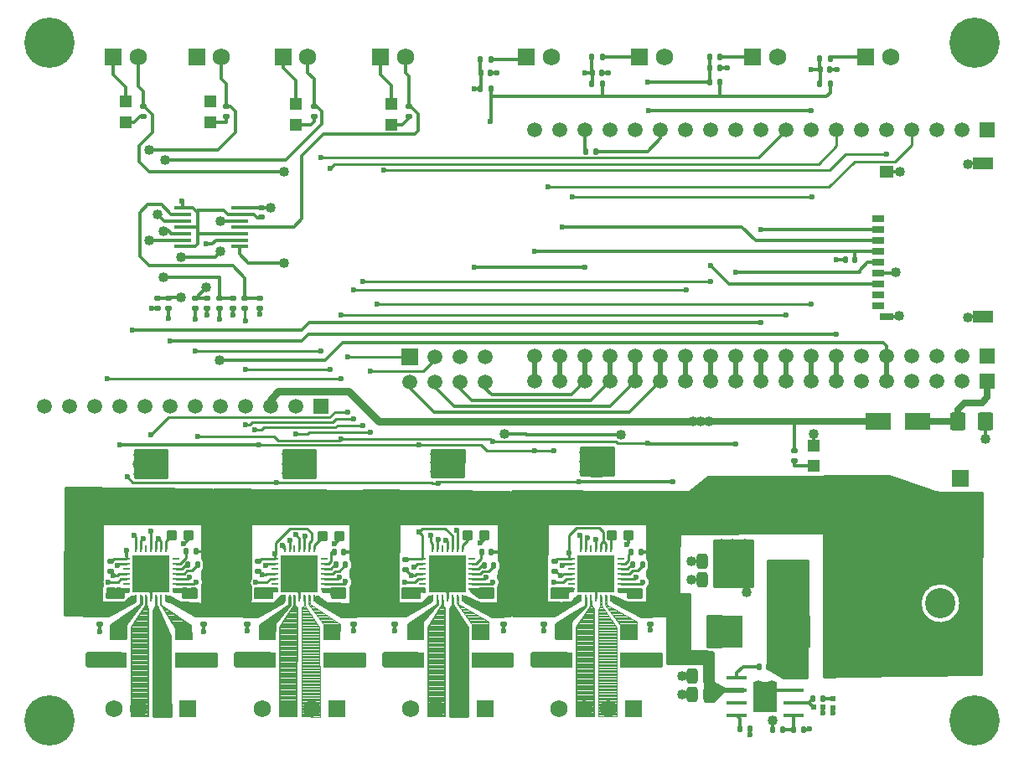
<source format=gbr>
G04 DipTrace 4.1.3.1*
G04 1 - Top.gbr*
%MOIN*%
G04 #@! TF.FileFunction,Copper,L1,Top*
G04 #@! TF.Part,Single*
%AMOUTLINE0*
4,1,28,
-0.027165,-0.047441,
-0.027165,0.047441,
-0.02683,0.049988,
-0.025847,0.052362,
-0.024283,0.054401,
-0.022244,0.055965,
-0.01987,0.056948,
-0.017323,0.057283,
0.017323,0.057283,
0.01987,0.056948,
0.022244,0.055965,
0.024283,0.054401,
0.025847,0.052362,
0.02683,0.049988,
0.027165,0.047441,
0.027165,-0.047441,
0.02683,-0.049988,
0.025847,-0.052362,
0.024283,-0.054401,
0.022244,-0.055965,
0.01987,-0.056948,
0.017323,-0.057283,
-0.017323,-0.057283,
-0.01987,-0.056948,
-0.022244,-0.055965,
-0.024283,-0.054401,
-0.025847,-0.052362,
-0.02683,-0.049988,
-0.027165,-0.047441,
0*%
%AMOUTLINE3*
4,1,28,
0.027165,0.047441,
0.027165,-0.047441,
0.02683,-0.049988,
0.025847,-0.052362,
0.024283,-0.054401,
0.022244,-0.055965,
0.01987,-0.056948,
0.017323,-0.057283,
-0.017323,-0.057283,
-0.01987,-0.056948,
-0.022244,-0.055965,
-0.024283,-0.054401,
-0.025847,-0.052362,
-0.02683,-0.049988,
-0.027165,-0.047441,
-0.027165,0.047441,
-0.02683,0.049988,
-0.025847,0.052362,
-0.024283,0.054401,
-0.022244,0.055965,
-0.01987,0.056948,
-0.017323,0.057283,
0.017323,0.057283,
0.01987,0.056948,
0.022244,0.055965,
0.024283,0.054401,
0.025847,0.052362,
0.02683,0.049988,
0.027165,0.047441,
0*%
%AMOUTLINE6*
4,1,28,
-0.012008,-0.005315,
-0.012008,0.005315,
-0.01182,0.006742,
-0.011269,0.008071,
-0.010394,0.009212,
-0.009252,0.010088,
-0.007923,0.010639,
-0.006496,0.010827,
0.006496,0.010827,
0.007923,0.010639,
0.009252,0.010088,
0.010394,0.009212,
0.011269,0.008071,
0.01182,0.006742,
0.012008,0.005315,
0.012008,-0.005315,
0.01182,-0.006742,
0.011269,-0.008071,
0.010394,-0.009212,
0.009252,-0.010088,
0.007923,-0.010639,
0.006496,-0.010827,
-0.006496,-0.010827,
-0.007923,-0.010639,
-0.009252,-0.010088,
-0.010394,-0.009212,
-0.011269,-0.008071,
-0.01182,-0.006742,
-0.012008,-0.005315,
0*%
%AMOUTLINE9*
4,1,28,
0.012008,0.005315,
0.012008,-0.005315,
0.01182,-0.006742,
0.011269,-0.008071,
0.010394,-0.009212,
0.009252,-0.010088,
0.007923,-0.010639,
0.006496,-0.010827,
-0.006496,-0.010827,
-0.007923,-0.010639,
-0.009252,-0.010088,
-0.010394,-0.009212,
-0.011269,-0.008071,
-0.01182,-0.006742,
-0.012008,-0.005315,
-0.012008,0.005315,
-0.01182,0.006742,
-0.011269,0.008071,
-0.010394,0.009212,
-0.009252,0.010088,
-0.007923,0.010639,
-0.006496,0.010827,
0.006496,0.010827,
0.007923,0.010639,
0.009252,0.010088,
0.010394,0.009212,
0.011269,0.008071,
0.01182,0.006742,
0.012008,0.005315,
0*%
%AMOUTLINE12*
4,1,28,
-0.005315,0.012008,
0.005315,0.012008,
0.006742,0.01182,
0.008071,0.011269,
0.009212,0.010394,
0.010088,0.009252,
0.010639,0.007923,
0.010827,0.006496,
0.010827,-0.006496,
0.010639,-0.007923,
0.010088,-0.009252,
0.009212,-0.010394,
0.008071,-0.011269,
0.006742,-0.01182,
0.005315,-0.012008,
-0.005315,-0.012008,
-0.006742,-0.01182,
-0.008071,-0.011269,
-0.009212,-0.010394,
-0.010088,-0.009252,
-0.010639,-0.007923,
-0.010827,-0.006496,
-0.010827,0.006496,
-0.010639,0.007923,
-0.010088,0.009252,
-0.009212,0.010394,
-0.008071,0.011269,
-0.006742,0.01182,
-0.005315,0.012008,
0*%
%AMOUTLINE15*
4,1,28,
0.005315,-0.012008,
-0.005315,-0.012008,
-0.006742,-0.01182,
-0.008071,-0.011269,
-0.009212,-0.010394,
-0.010088,-0.009252,
-0.010639,-0.007923,
-0.010827,-0.006496,
-0.010827,0.006496,
-0.010639,0.007923,
-0.010088,0.009252,
-0.009212,0.010394,
-0.008071,0.011269,
-0.006742,0.01182,
-0.005315,0.012008,
0.005315,0.012008,
0.006742,0.01182,
0.008071,0.011269,
0.009212,0.010394,
0.010088,0.009252,
0.010639,0.007923,
0.010827,0.006496,
0.010827,-0.006496,
0.010639,-0.007923,
0.010088,-0.009252,
0.009212,-0.010394,
0.008071,-0.011269,
0.006742,-0.01182,
0.005315,-0.012008,
0*%
%AMOUTLINE18*
4,1,28,
0.021653,0.009843,
0.021654,-0.009842,
0.021318,-0.012389,
0.020335,-0.014763,
0.018771,-0.016802,
0.016733,-0.018366,
0.014359,-0.019349,
0.011811,-0.019685,
-0.011811,-0.019685,
-0.014358,-0.01935,
-0.016732,-0.018367,
-0.01877,-0.016803,
-0.020335,-0.014764,
-0.021318,-0.01239,
-0.021653,-0.009843,
-0.021654,0.009842,
-0.021318,0.012389,
-0.020335,0.014763,
-0.018771,0.016802,
-0.016733,0.018366,
-0.014359,0.019349,
-0.011811,0.019685,
0.011811,0.019685,
0.014358,0.01935,
0.016732,0.018367,
0.01877,0.016803,
0.020335,0.014764,
0.021318,0.01239,
0.021653,0.009843,
0*%
%AMOUTLINE21*
4,1,28,
0.031496,0.025984,
0.031496,-0.025984,
0.031174,-0.02843,
0.03023,-0.030709,
0.028729,-0.032666,
0.026772,-0.034167,
0.024493,-0.035111,
0.022047,-0.035433,
-0.022047,-0.035433,
-0.024493,-0.035111,
-0.026772,-0.034167,
-0.028729,-0.032666,
-0.03023,-0.030709,
-0.031174,-0.02843,
-0.031496,-0.025984,
-0.031496,0.025984,
-0.031174,0.02843,
-0.03023,0.030709,
-0.028729,0.032666,
-0.026772,0.034167,
-0.024493,0.035111,
-0.022047,0.035433,
0.022047,0.035433,
0.024493,0.035111,
0.026772,0.034167,
0.028729,0.032666,
0.03023,0.030709,
0.031174,0.02843,
0.031496,0.025984,
0*%
%AMOUTLINE24*
4,1,28,
-0.012008,0.028937,
0.012008,0.028937,
0.014555,0.028602,
0.016929,0.027618,
0.018968,0.026054,
0.020532,0.024016,
0.021515,0.021642,
0.02185,0.019094,
0.02185,-0.019094,
0.021515,-0.021642,
0.020532,-0.024016,
0.018968,-0.026054,
0.016929,-0.027618,
0.014555,-0.028602,
0.012008,-0.028937,
-0.012008,-0.028937,
-0.014555,-0.028602,
-0.016929,-0.027618,
-0.018968,-0.026054,
-0.020532,-0.024016,
-0.021515,-0.021642,
-0.02185,-0.019094,
-0.02185,0.019094,
-0.021515,0.021642,
-0.020532,0.024016,
-0.018968,0.026054,
-0.016929,0.027618,
-0.014555,0.028602,
-0.012008,0.028937,
0*%
%AMOUTLINE27*
4,1,28,
0.012008,-0.028937,
-0.012008,-0.028937,
-0.014555,-0.028602,
-0.016929,-0.027618,
-0.018968,-0.026054,
-0.020532,-0.024016,
-0.021515,-0.021642,
-0.02185,-0.019094,
-0.02185,0.019094,
-0.021515,0.021642,
-0.020532,0.024016,
-0.018968,0.026054,
-0.016929,0.027618,
-0.014555,0.028602,
-0.012008,0.028937,
0.012008,0.028937,
0.014555,0.028602,
0.016929,0.027618,
0.018968,0.026054,
0.020532,0.024016,
0.021515,0.021642,
0.02185,0.019094,
0.02185,-0.019094,
0.021515,-0.021642,
0.020532,-0.024016,
0.018968,-0.026054,
0.016929,-0.027618,
0.014555,-0.028602,
0.012008,-0.028937,
0*%
%AMOUTLINE30*
4,1,28,
0.004921,-0.011614,
-0.004921,-0.011614,
-0.006144,-0.011453,
-0.007283,-0.010981,
-0.008262,-0.01023,
-0.009013,-0.009252,
-0.009485,-0.008113,
-0.009646,-0.00689,
-0.009646,0.00689,
-0.009485,0.008113,
-0.009013,0.009252,
-0.008262,0.01023,
-0.007283,0.010981,
-0.006144,0.011453,
-0.004921,0.011614,
0.004921,0.011614,
0.006144,0.011453,
0.007283,0.010981,
0.008262,0.01023,
0.009013,0.009252,
0.009485,0.008113,
0.009646,0.00689,
0.009646,-0.00689,
0.009485,-0.008113,
0.009013,-0.009252,
0.008262,-0.01023,
0.007283,-0.010981,
0.006144,-0.011453,
0.004921,-0.011614,
0*%
%AMOUTLINE33*
4,1,28,
-0.004921,0.011614,
0.004921,0.011614,
0.006144,0.011453,
0.007283,0.010981,
0.008262,0.01023,
0.009013,0.009252,
0.009485,0.008113,
0.009646,0.00689,
0.009646,-0.00689,
0.009485,-0.008113,
0.009013,-0.009252,
0.008262,-0.01023,
0.007283,-0.010981,
0.006144,-0.011453,
0.004921,-0.011614,
-0.004921,-0.011614,
-0.006144,-0.011453,
-0.007283,-0.010981,
-0.008262,-0.01023,
-0.009013,-0.009252,
-0.009485,-0.008113,
-0.009646,-0.00689,
-0.009646,0.00689,
-0.009485,0.008113,
-0.009013,0.009252,
-0.008262,0.01023,
-0.007283,0.010981,
-0.006144,0.011453,
-0.004921,0.011614,
0*%
%AMOUTLINE36*
4,1,28,
-0.011614,-0.004921,
-0.011614,0.004921,
-0.011453,0.006144,
-0.010981,0.007283,
-0.01023,0.008262,
-0.009252,0.009013,
-0.008113,0.009485,
-0.00689,0.009646,
0.00689,0.009646,
0.008113,0.009485,
0.009252,0.009013,
0.01023,0.008262,
0.010981,0.007283,
0.011453,0.006144,
0.011614,0.004921,
0.011614,-0.004921,
0.011453,-0.006144,
0.010981,-0.007283,
0.01023,-0.008262,
0.009252,-0.009013,
0.008113,-0.009485,
0.00689,-0.009646,
-0.00689,-0.009646,
-0.008113,-0.009485,
-0.009252,-0.009013,
-0.01023,-0.008262,
-0.010981,-0.007283,
-0.011453,-0.006144,
-0.011614,-0.004921,
0*%
%AMOUTLINE39*
4,1,28,
0.011614,0.004921,
0.011614,-0.004921,
0.011453,-0.006144,
0.010981,-0.007283,
0.01023,-0.008262,
0.009252,-0.009013,
0.008113,-0.009485,
0.00689,-0.009646,
-0.00689,-0.009646,
-0.008113,-0.009485,
-0.009252,-0.009013,
-0.01023,-0.008262,
-0.010981,-0.007283,
-0.011453,-0.006144,
-0.011614,-0.004921,
-0.011614,0.004921,
-0.011453,0.006144,
-0.010981,0.007283,
-0.01023,0.008262,
-0.009252,0.009013,
-0.008113,0.009485,
-0.00689,0.009646,
0.00689,0.009646,
0.008113,0.009485,
0.009252,0.009013,
0.01023,0.008262,
0.010981,0.007283,
0.011453,0.006144,
0.011614,0.004921,
0*%
%AMOUTLINE42*
4,1,28,
-0.005315,0.012205,
0.005315,0.012205,
0.00664,0.01203,
0.007874,0.011519,
0.008934,0.010706,
0.009747,0.009646,
0.010259,0.008411,
0.010433,0.007087,
0.010433,-0.007087,
0.010259,-0.008411,
0.009747,-0.009646,
0.008934,-0.010706,
0.007874,-0.011519,
0.00664,-0.01203,
0.005315,-0.012205,
-0.005315,-0.012205,
-0.00664,-0.01203,
-0.007874,-0.011519,
-0.008934,-0.010706,
-0.009747,-0.009646,
-0.010259,-0.008411,
-0.010433,-0.007087,
-0.010433,0.007087,
-0.010259,0.008411,
-0.009747,0.009646,
-0.008934,0.010706,
-0.007874,0.011519,
-0.00664,0.01203,
-0.005315,0.012205,
0*%
%AMOUTLINE45*
4,1,28,
0.005315,-0.012205,
-0.005315,-0.012205,
-0.00664,-0.01203,
-0.007874,-0.011519,
-0.008934,-0.010706,
-0.009747,-0.009646,
-0.010259,-0.008411,
-0.010433,-0.007087,
-0.010433,0.007087,
-0.010259,0.008411,
-0.009747,0.009646,
-0.008934,0.010706,
-0.007874,0.011519,
-0.00664,0.01203,
-0.005315,0.012205,
0.005315,0.012205,
0.00664,0.01203,
0.007874,0.011519,
0.008934,0.010706,
0.009747,0.009646,
0.010259,0.008411,
0.010433,0.007087,
0.010433,-0.007087,
0.010259,-0.008411,
0.009747,-0.009646,
0.008934,-0.010706,
0.007874,-0.011519,
0.00664,-0.01203,
0.005315,-0.012205,
0*%
%AMOUTLINE48*
4,1,28,
0.012205,0.005315,
0.012205,-0.005315,
0.01203,-0.00664,
0.011519,-0.007874,
0.010706,-0.008934,
0.009646,-0.009747,
0.008411,-0.010259,
0.007087,-0.010433,
-0.007087,-0.010433,
-0.008411,-0.010259,
-0.009646,-0.009747,
-0.010706,-0.008934,
-0.011519,-0.007874,
-0.01203,-0.00664,
-0.012205,-0.005315,
-0.012205,0.005315,
-0.01203,0.00664,
-0.011519,0.007874,
-0.010706,0.008934,
-0.009646,0.009747,
-0.008411,0.010259,
-0.007087,0.010433,
0.007087,0.010433,
0.008411,0.010259,
0.009646,0.009747,
0.010706,0.008934,
0.011519,0.007874,
0.01203,0.00664,
0.012205,0.005315,
0*%
%AMOUTLINE51*
4,1,28,
-0.012205,-0.005315,
-0.012205,0.005315,
-0.01203,0.00664,
-0.011519,0.007874,
-0.010706,0.008934,
-0.009646,0.009747,
-0.008411,0.010259,
-0.007087,0.010433,
0.007087,0.010433,
0.008411,0.010259,
0.009646,0.009747,
0.010706,0.008934,
0.011519,0.007874,
0.01203,0.00664,
0.012205,0.005315,
0.012205,-0.005315,
0.01203,-0.00664,
0.011519,-0.007874,
0.010706,-0.008934,
0.009646,-0.009747,
0.008411,-0.010259,
0.007087,-0.010433,
-0.007087,-0.010433,
-0.008411,-0.010259,
-0.009646,-0.009747,
-0.010706,-0.008934,
-0.011519,-0.007874,
-0.01203,-0.00664,
-0.012205,-0.005315,
0*%
G04 #@! TA.AperFunction,CopperBalancing*
%ADD13C,0.004724*%
%ADD16C,0.009*%
%ADD17C,0.01*%
%ADD18C,0.012*%
G04 #@! TA.AperFunction,Conductor*
%ADD19C,0.021*%
G04 #@! TA.AperFunction,CopperBalancing*
%ADD20C,0.025*%
G04 #@! TA.AperFunction,Conductor*
%ADD21C,0.03*%
G04 #@! TA.AperFunction,CopperBalancing*
%ADD22C,0.008*%
%ADD24C,0.005906*%
%ADD25C,0.012992*%
%ADD26C,0.015*%
%ADD30R,0.098425X0.066929*%
%ADD31R,0.098425X0.129921*%
G04 #@! TA.AperFunction,ComponentPad*
%ADD32R,0.068898X0.068898*%
%ADD33C,0.068898*%
%ADD34R,0.059055X0.059055*%
%ADD35C,0.059055*%
%ADD36R,0.07X0.07*%
%ADD37C,0.059055*%
%ADD38R,0.074803X0.098425*%
%ADD39R,0.047244X0.047244*%
G04 #@! TA.AperFunction,ComponentPad*
%ADD40C,0.2*%
%ADD41R,0.070866X0.062992*%
%ADD42R,0.051181X0.027559*%
%ADD43R,0.07874X0.047244*%
%ADD44R,0.055118X0.047244*%
%ADD45R,0.055118X0.031496*%
G04 #@! TA.AperFunction,ComponentPad*
%ADD46R,0.12X0.12*%
%ADD47C,0.12*%
%ADD49R,0.027559X0.011024*%
%ADD50R,0.011024X0.027559*%
%ADD51R,0.145669X0.145669*%
%ADD52R,0.070866X0.015748*%
%ADD53R,0.084646X0.017717*%
%ADD54R,0.094488X0.122047*%
G04 #@! TA.AperFunction,ViaPad*
%ADD55C,0.023622*%
%ADD57C,0.04*%
%ADD120OUTLINE0*%
%ADD123OUTLINE3*%
%ADD126OUTLINE6*%
%ADD129OUTLINE9*%
%ADD132OUTLINE12*%
%ADD135OUTLINE15*%
%ADD138OUTLINE18*%
%ADD141OUTLINE21*%
%ADD144OUTLINE24*%
%ADD147OUTLINE27*%
%ADD150OUTLINE30*%
%ADD153OUTLINE33*%
%ADD156OUTLINE36*%
%ADD159OUTLINE39*%
%ADD162OUTLINE42*%
%ADD165OUTLINE45*%
%ADD168OUTLINE48*%
%ADD171OUTLINE51*%
%FSLAX26Y26*%
G04*
G70*
G90*
G75*
G01*
G04 Top*
%LPD*%
X369500Y762291D2*
D16*
X376291D1*
X385656Y771656D1*
X433068D1*
X959130Y762291D2*
X963079D1*
X972439Y771652D1*
X1023619D1*
X1544244Y768291D2*
X1549787D1*
X1553152Y771656D1*
X1612365D1*
X2137732Y762291D2*
X2147093Y771652D1*
X2202917D1*
X1023619D2*
D17*
Y792549D1*
X960000Y1224500D2*
D18*
X408500D1*
X433068Y807087D2*
Y782655D1*
D17*
Y771656D1*
X960000Y1224500D2*
D16*
X1599134D1*
X1844500D1*
X1867500Y1201500D1*
X2056249D1*
Y1203000D1*
X2133000D1*
X2195735Y795395D2*
Y771652D1*
X2202917D1*
X1161414Y811026D2*
Y834914D1*
X1170500Y844000D1*
Y874000D1*
X1151000Y893500D1*
X1085500D1*
X1026930Y834930D1*
Y795861D1*
X1023619Y792549D1*
X2340712Y811026D2*
Y832788D1*
X2335136Y838364D1*
X2326364D1*
X2321027Y833027D1*
Y811026D1*
X2326364Y838364D2*
X2329500Y841500D1*
Y878000D1*
X2313500Y894000D1*
X2224000D1*
X2195735Y865735D1*
Y795395D1*
X1599134Y880365D2*
X1612365Y867133D1*
Y771656D1*
X3425591Y1993961D2*
D18*
X3331791D1*
X2059054D1*
X3331791Y1962500D2*
Y1993961D1*
X1882776Y2643749D2*
Y2612500D1*
X2326278D1*
X2795276D1*
X3218751D1*
X3232777Y2626526D1*
Y2662500D1*
X2795276Y2668751D2*
Y2612500D1*
X2326278Y2660530D2*
Y2612500D1*
X1881249Y2512499D2*
X1882776Y2514025D1*
Y2643749D1*
X2059054Y1580309D2*
D19*
Y1480309D1*
X1730477Y811027D2*
D16*
Y864023D1*
X1701000Y893500D1*
X1612269D1*
X1599134Y880365D1*
X884517Y2168185D2*
D18*
X968689D1*
X969772Y2169268D1*
X992525D1*
X1006255Y2155538D1*
Y2168751D1*
X3424213Y1318751D2*
D20*
X3090993D1*
X2750000D1*
D18*
X2718751D1*
X2687500D1*
Y1318749D1*
X1006255Y1377215D2*
D21*
Y1406255D1*
X1037500Y1437500D1*
X1318749D1*
X1437500Y1318749D1*
X2687500D1*
X3090993Y1202461D2*
D18*
Y1318751D1*
X3004724Y93749D2*
Y129134D1*
X2901575Y637795D2*
Y716535D1*
X2899361Y718749D1*
X2893946D1*
X531494Y614179D2*
D17*
Y638098D1*
D18*
Y679134D1*
Y712600D1*
X2301347Y614178D2*
D17*
Y712599D1*
X2301344D1*
X913386Y512205D2*
D18*
Y486220D1*
X915354Y484252D1*
X531494Y712600D2*
D17*
X519047Y725047D1*
X496063Y748031D1*
D18*
X521654D1*
D17*
X508858Y735236D1*
X531494Y712600D2*
X544696Y725802D1*
X551180Y732286D1*
Y748031D1*
D18*
X521654Y718505D1*
Y748031D1*
X551180Y732286D2*
D17*
Y718504D1*
D18*
Y692000D1*
Y679134D1*
X531494D1*
X496063D1*
Y691500D1*
Y712600D1*
D17*
Y718504D1*
D18*
Y748031D1*
X531494Y712600D2*
D17*
X551180Y692915D1*
X580500D1*
Y691500D1*
Y679134D1*
D18*
X551180D1*
X531494Y712600D2*
D17*
X563030Y744136D1*
X570865Y751970D1*
X580709Y748031D1*
D18*
X551180D1*
X580709D2*
Y722000D1*
Y708663D1*
X551180Y679134D1*
X1338583Y512205D2*
Y484252D1*
X1500000Y512205D2*
Y484252D1*
X1933071Y512205D2*
Y484252D1*
X1122049Y614178D2*
D17*
Y638100D1*
D18*
X1122046D1*
Y712599D1*
X1710792Y614179D2*
D17*
Y638101D1*
D18*
Y712600D1*
X2244094Y771654D2*
D17*
X2261972D1*
Y751971D1*
X2301344Y712599D1*
D18*
Y714404D1*
X2244094Y771654D1*
X2299213D2*
D17*
X2321028D1*
Y732282D1*
X2301344Y712599D1*
X2330709Y771654D2*
X2340713D1*
Y751967D1*
X2301344Y712599D1*
X2299213Y712598D2*
D18*
Y740157D1*
X2330709Y771654D1*
X2358268D1*
Y712598D1*
X2361205D1*
X2330709D1*
Y653543D1*
X2334646D1*
X2361205D1*
Y654543D1*
X2334646Y653543D2*
X2303150D1*
X2275591D1*
X2244094D1*
Y712598D1*
X2271654D1*
Y771654D1*
X2244094Y712598D2*
Y771654D1*
X580000Y660500D2*
X547000D1*
Y660000D1*
X515500D1*
Y660500D1*
X480000D1*
Y660000D1*
X1177000Y663000D2*
X1144500D1*
Y662000D1*
X1108000D1*
Y663000D1*
X1071500D1*
Y713500D1*
X1071000D1*
X1109500D1*
Y713000D1*
X1145000D1*
Y712500D1*
X1176000D1*
Y714500D1*
X1181102D1*
Y771654D1*
X1176000D1*
Y767000D1*
X1138000D1*
Y769000D1*
X1108000D1*
Y767500D1*
X1071000D1*
Y767000D1*
X1770654Y654043D2*
X1744094D1*
Y653543D1*
X1712598D1*
X1685039D1*
X1653543D1*
Y712598D1*
X1681102D1*
X1708661D1*
X1740157D1*
X1771154D1*
Y768217D1*
X1767717Y771654D1*
X1740157D1*
X1708661D1*
X1681102D1*
X1653543D1*
X2094488Y512205D2*
Y485751D1*
X2093982Y485244D1*
X884517Y2142594D2*
X940168D1*
X953041Y2129722D1*
X968808D1*
X969772Y2130685D1*
X656171Y2168185D2*
X699018D1*
X718751Y2148453D1*
Y2091413D1*
X656171D1*
X718000D1*
Y2065824D1*
Y2024499D1*
X708143Y2014642D1*
X656178D1*
X556102Y1769732D2*
X533119D1*
X532720Y1769333D1*
X964555Y1769732D2*
Y1745934D1*
X965144Y1745345D1*
X754407Y1769732D2*
Y1743461D1*
X754492Y1743375D1*
X858770Y1769732D2*
Y1743235D1*
X859226Y1742780D1*
X656171Y2168185D2*
Y2193266D1*
X654782Y2194655D1*
X326772Y512205D2*
Y481772D1*
X326000Y481000D1*
X740157Y512205D2*
Y484684D1*
X741136Y483705D1*
X2517717Y512205D2*
Y488189D1*
X2429528Y865000D2*
Y834528D1*
X2425000Y830000D1*
X884517Y2142594D2*
X838655D1*
X821249Y2160000D1*
X718751D1*
Y2148453D1*
X884517Y2065823D2*
X718000Y2065824D1*
X3293209Y1962500D2*
X3256249D1*
X382037Y2770274D2*
Y2699213D1*
X431249Y2650000D1*
Y2591339D1*
X1057037Y2770274D2*
Y2724213D1*
X1106249Y2675000D1*
Y2582921D1*
X1444538Y2770274D2*
Y2699211D1*
X1487500Y2656249D1*
Y2582921D1*
X1881791Y2706249D2*
X1906249D1*
X2325294Y2706250D2*
X2350000D1*
Y2706249D1*
X3231793Y2718751D2*
X3262500D1*
X2794291Y2725000D2*
X2825000D1*
X3840945Y1734118D2*
X3784117D1*
X3781249Y1731251D1*
X3459055Y1734118D2*
X3502867D1*
X3506249Y1737500D1*
X3425591Y1907346D2*
X3488597D1*
X3493751Y1912500D1*
X3459055Y2312071D2*
X3512071D1*
X3512500Y2312500D1*
X3840945Y2345142D2*
X3782640D1*
X3781249Y2343751D1*
X3165993Y1223524D2*
Y1266928D1*
X3168751Y1269685D1*
X3850787Y1318751D2*
Y1250787D1*
X3850000Y1250000D1*
X1858024Y865000D2*
D16*
Y850024D1*
X1842000Y834000D1*
X369500Y723709D2*
Y718000D1*
X381500Y706000D1*
X397000D1*
X403600Y712600D1*
X433068D1*
X629915Y692915D2*
X678415D1*
X684500Y699000D1*
X551179Y811027D2*
Y843679D1*
X560500Y853000D1*
X570864Y811027D2*
Y842636D1*
X560500Y853000D1*
X492124Y811027D2*
Y844624D1*
X500500Y853000D1*
X680965Y865001D2*
Y851965D1*
X661500Y832500D1*
X959130Y723709D2*
Y723370D1*
X973000Y709500D1*
X989000D1*
X992097Y712597D1*
X1023620D1*
X1282465Y862000D2*
Y853465D1*
X1261000Y832000D1*
X1082674Y811025D2*
Y842674D1*
X1085000Y845000D1*
X1141729Y811026D2*
Y859229D1*
X1145500Y863000D1*
X1220468Y692916D2*
X1273416D1*
X1279500Y699000D1*
X1750162Y811027D2*
Y882338D1*
X1748500Y884000D1*
X1671422Y811027D2*
Y846922D1*
X1673500Y849000D1*
X1544244Y729709D2*
X1545791D1*
X1568500Y707000D1*
X1580500D1*
X1586100Y712600D1*
X1612365D1*
X1809213Y692915D2*
X1859915D1*
X1865000Y698000D1*
X2137732Y723709D2*
X2140291D1*
X2159500Y704500D1*
X2165500D1*
X2173597Y712597D1*
X2202918D1*
X2261972Y811025D2*
Y847472D1*
X2269000Y854500D1*
X2399766Y692916D2*
X2453416D1*
X2460000Y699500D1*
X479000Y691500D2*
D18*
X496063D1*
X546500Y692000D2*
X551180D1*
X580500Y691500D2*
D17*
D3*
X516000Y722000D2*
X519047Y725047D1*
X579000Y722000D2*
D18*
X580709D1*
X577500Y762000D2*
D17*
X563030Y744136D1*
X546500Y724000D2*
X544696Y725802D1*
X2722785Y762500D2*
D18*
X2681249D1*
X2722785Y687500D2*
X2681249D1*
X3126525Y93749D2*
X3148867D1*
X3149606Y94488D1*
X2913976D2*
Y71457D1*
X2913386Y70866D1*
X3203543Y181102D2*
Y158661D1*
X3204724Y157480D1*
X3244094Y179871D2*
Y157480D1*
X3087844Y248819D2*
X3020472D1*
X3000000Y228346D1*
X2685285Y306249D2*
X2646507D1*
X2645669Y307087D1*
X2685285Y231249D2*
X2646703D1*
X2645669Y232283D1*
X1106249Y2500244D2*
X1168507D1*
X1181251Y2512988D1*
Y2531493D1*
X1023620Y692912D2*
D16*
X1006412D1*
X992500Y679000D1*
X948000D1*
X906500Y1305000D2*
X924000D1*
X934000Y1315000D1*
X1254500D1*
X1267500Y1328000D1*
X1339000D1*
Y1843751D2*
X2662500D1*
X2656249Y1575000D2*
D19*
Y1483136D1*
X2659054Y1480332D1*
X433068Y653545D2*
D16*
X408545D1*
X404000Y649000D1*
X366000D2*
D18*
Y626000D1*
X404000Y649000D2*
Y626000D1*
X472439Y811027D2*
D16*
Y856301D1*
X462598Y866142D1*
X438000Y1097500D2*
X458500Y1077000D1*
X1032000D1*
X1647000D1*
X1652000Y1072000D1*
X1674500D1*
X1681500Y1079000D1*
X2233500D1*
X2236500Y865500D2*
X2242287Y859713D1*
Y811024D1*
X1062989D2*
X1054500Y819513D1*
Y826154D1*
X1651737Y811027D2*
Y831763D1*
X1645500Y838000D1*
Y864000D1*
X2606249Y1079000D2*
D18*
X2233500D1*
X2301525Y2393751D2*
X2506251D1*
X2559054Y2446554D1*
Y2480328D1*
X3192226Y2762500D2*
Y2718750D1*
X3193210D1*
Y2663484D1*
X3192226Y2662500D1*
X2512500Y2556249D2*
X3156249D1*
Y2718750D2*
X3193210D1*
X1560798Y1474989D2*
Y1451701D1*
X1656249Y1356249D1*
X2434975D1*
X2559054Y1480328D1*
Y1580328D2*
D19*
Y1480328D1*
X433068Y692915D2*
D16*
X412415D1*
X400000Y680500D1*
X362500D1*
X356249Y1487500D2*
X1288000D1*
Y1743751D2*
X3059054D1*
Y1580346D2*
D19*
Y1480346D1*
X433068Y751970D2*
D16*
X405970D1*
X398000Y744000D1*
X455945Y1681251D2*
D18*
X1131251D1*
X1162500Y1712500D1*
X2956249D1*
X2959054Y1580343D2*
D19*
Y1480343D1*
X590549Y811027D2*
D16*
Y841513D1*
X614035Y864999D1*
X1560790Y1574989D2*
X1314000D1*
Y1356500D2*
X1263500D1*
X1241500Y1334500D1*
X601025D1*
X531495Y1264970D1*
Y883079D2*
X531494D1*
Y811027D1*
X629915Y751970D2*
X646970D1*
X671709Y776709D1*
Y801000D1*
X3425591Y2037268D2*
D18*
X2937732D1*
X2881249Y2093751D1*
X2168751D1*
X3425591Y1864039D2*
X2829710D1*
X2756249Y1937500D1*
X3425591Y2080575D2*
X2956925D1*
X3425591Y1950654D2*
X3381904D1*
X3349997Y1918747D1*
Y1912500D1*
X2859054D1*
X2285727Y2770274D2*
Y2706249D1*
X2286711D1*
Y2660530D1*
X2285727D1*
X2256251Y2706249D2*
X2286711D1*
X1760798Y1475004D2*
Y1447702D1*
X1806249Y1402251D1*
X2280984D1*
X2359054Y1480320D1*
Y1580320D2*
D19*
Y1480320D1*
X2506249Y2668751D2*
D18*
X2754724D1*
Y2724015D1*
X2755709Y2725000D1*
Y2770273D1*
X2754723D1*
X1660798Y1474996D2*
Y1455952D1*
X1737500Y1379249D1*
X2357979D1*
X2459054Y1480324D1*
Y1580324D2*
D19*
Y1480324D1*
X1612365Y751970D2*
D16*
X1589970D1*
X1576000Y738000D1*
X1456251Y2318749D2*
X3231249D1*
X3293751Y2381251D1*
X3459054D1*
X2202917Y751967D2*
X2175664D1*
X2167791Y744094D1*
X2206249Y2212500D2*
X3162500D1*
X1023619Y751967D2*
X996061D1*
X988189Y744094D1*
X943500Y1285500D2*
X971500D1*
X981500Y1295500D1*
X1266000D1*
X1271500Y1301000D1*
X1375500D1*
Y1875000D2*
X2756249D1*
X2759054Y1580335D2*
D19*
Y1480335D1*
X2202918Y692912D2*
D16*
X2184910D1*
X2171089Y679091D1*
X2134734D1*
X2112320Y2251873D2*
X3228625D1*
X3329364Y2352612D1*
X3491741D1*
X3559054Y2419924D1*
Y2480365D1*
X3159054Y1580350D2*
D19*
Y1480350D1*
X1612365Y692915D2*
D16*
X1594915D1*
X1581000Y679000D1*
X1540500D1*
X1431577Y1785710D2*
X3159054D1*
X1660790Y1574996D2*
Y1567041D1*
X1612717Y1518967D1*
X1403500D1*
Y1276000D2*
X1161000D1*
X1153500Y1268500D1*
X1106500D1*
Y868500D2*
X1122044Y852956D1*
Y811025D1*
X768749Y2508661D2*
D18*
X829328D1*
X831251Y2510584D1*
Y2531493D1*
X431249Y2508661D2*
X464424D1*
X487256Y2531493D1*
X500001D1*
X804307Y1562500D2*
X1225000D1*
X1293749Y1631249D1*
X3443751D1*
X3456249Y1618751D1*
Y1583165D1*
X3459054Y1580361D1*
X805587Y1725000D2*
Y1769732D1*
X3459054Y1580361D2*
D19*
Y1480361D1*
X480462Y2770274D2*
D18*
Y2650790D1*
X500001Y2631251D1*
Y2572045D1*
X884517Y2014642D2*
Y1984232D1*
X918749Y1950000D1*
X1062500D1*
Y2312500D2*
X525000D1*
X485000Y2352500D1*
Y2416249D1*
X537500Y2468749D1*
Y2537500D1*
X502957Y2572043D1*
X500000D1*
X500001Y2572045D1*
X606255Y1637500D2*
X1129501D1*
X1156251Y1664249D1*
X3256249D1*
X602537Y1769732D2*
Y1728713D1*
X3259054Y1580354D2*
D19*
Y1480354D1*
X1487500Y2500244D2*
D18*
X1531493D1*
X1556249Y2525000D1*
Y2531493D1*
X1842224Y2760136D2*
Y2707234D1*
X1843209Y2706249D1*
Y2644734D1*
X1842224Y2643749D1*
X2259054Y1931249D2*
X1818751D1*
Y2643749D2*
X1842224D1*
X1860798Y1475011D2*
Y1450456D1*
X1886253Y1425000D1*
X2203737D1*
X2259054Y1480317D1*
Y1580317D2*
D19*
Y1480317D1*
X706255Y1725004D2*
D18*
X709134Y1727883D1*
Y1769732D1*
X706255Y1599199D2*
D16*
X1206249D1*
Y2368749D2*
X2947457D1*
X3059054Y2480346D1*
X3045276Y93749D2*
D18*
X3085974D1*
X3087844Y148819D2*
Y95619D1*
X3085974Y93749D1*
X2873425Y94488D2*
Y136860D1*
X2861466Y148819D1*
X3087844Y198819D2*
X3147047D1*
X3164764Y216535D1*
X3087844Y198819D2*
X3148819D1*
X3166535Y181102D1*
X2861466Y298819D2*
Y318159D1*
X2887056Y343749D1*
X2949459D1*
X3205315Y216535D2*
X3243751D1*
X3244094Y216879D1*
X2159054Y1580313D2*
D19*
Y1480313D1*
X2795274Y2770275D2*
D18*
Y2768751D1*
X2900333D1*
X2901857Y2770274D1*
X2925787D1*
X906255Y1718755D2*
D16*
X905606Y1719403D1*
Y1769732D1*
X906255Y1525917D2*
X1243751D1*
Y2325001D2*
X1262500Y2343751D1*
X3187501D1*
X3259054Y2415303D1*
Y2480354D1*
X3232777Y2762500D2*
D18*
Y2768751D1*
X3375787D1*
Y2770274D1*
X2475787D2*
Y2774210D1*
X2471852Y2770274D1*
X2326278D1*
X1882776Y2760136D2*
X2015651D1*
X2025789Y2770274D1*
X1710792Y811027D2*
D16*
Y841208D1*
X1705500Y846500D1*
X1181099Y811027D2*
Y825599D1*
X1215535Y860035D1*
Y862000D1*
X1937500Y1270500D2*
D18*
X2025005D1*
Y1266000D1*
X2400000D1*
X2301342Y848264D2*
D17*
Y811025D1*
X1220467Y751971D2*
D16*
X1236971D1*
X1247500Y762500D1*
Y800000D1*
X1260236D1*
X3090993Y1161909D2*
D18*
Y1140846D1*
X3165993D1*
X1542963Y2770274D2*
Y2707037D1*
X1556249Y2693751D1*
Y2572045D1*
X1565457D1*
X1593751Y2543751D1*
Y2475001D1*
X1581249Y2462500D1*
X1218751D1*
X1131249Y2374999D1*
Y2125000D1*
X1100000Y2093751D1*
X886854D1*
X884517Y2091413D1*
X677709Y747500D2*
D16*
X671000D1*
X655785Y732285D1*
X629915D1*
Y712600D2*
X663600D1*
X675500Y724500D1*
X693291D1*
X716291Y747500D1*
X1220467Y732286D2*
X1246786D1*
X1262000Y747500D1*
X1267209D1*
X1769847Y811027D2*
Y824347D1*
X1791094Y845594D1*
Y865000D1*
X1305791Y747500D2*
X1303500D1*
X1279500Y723500D1*
X1265500D1*
X1254601Y712601D1*
X1220468D1*
X1809213Y751970D2*
X1824470D1*
X1843500Y771000D1*
Y800000D1*
X1846850D1*
X2360397Y811027D2*
D17*
Y862799D1*
X2362598Y865000D1*
X2399765Y751971D2*
X2416971D1*
X2431500Y766500D1*
Y788500D1*
X2441339Y798339D1*
Y800000D1*
X1856850Y746000D2*
D16*
X1846501D1*
X1832787Y732285D1*
X1809213D1*
X1895433Y746000D2*
Y742433D1*
X1875500Y722500D1*
X1851001D1*
X1841102Y712600D1*
X1809213D1*
X2399765Y732286D2*
X2426786D1*
X2442000Y747500D1*
X2447839D1*
X2399766Y712601D2*
X2435601D1*
X2447500Y724500D1*
X2466500D1*
X2486421Y744421D1*
Y747500D1*
X1181251Y2572045D2*
D18*
Y2681248D1*
X1155462Y2707037D1*
Y2770274D1*
X656171Y2117004D2*
X583996D1*
X558000Y2143000D1*
X589000Y2358000D2*
X1067188D1*
X1212000Y2502812D1*
Y2550812D1*
X1190768Y2572045D1*
X1181251D1*
X831251D2*
Y2662499D1*
X811673Y2682077D1*
Y2770275D1*
X656171Y2040232D2*
X524000D1*
Y2397997D2*
X797997D1*
X868000Y2468000D1*
Y2552000D1*
X847955Y2572045D1*
X831251D1*
X656171Y2065823D2*
X612177D1*
X600000Y2078000D1*
X584049D1*
X581249Y2075201D1*
Y1893751D2*
X805587D1*
Y1810283D1*
X858770D1*
X905606D2*
X964555D1*
X905606D2*
Y1888143D1*
X856249Y1937500D1*
X525000D1*
X487500Y1975000D1*
Y2150500D1*
X518249Y2181249D1*
X572751D1*
X611406Y2142594D1*
X656171D1*
X884517Y2040232D2*
X790232D1*
X775000Y2025000D1*
X750000D1*
Y1851001D2*
X709282Y1810283D1*
X709134D1*
X754407D1*
X884517Y2117004D2*
X808529D1*
Y1994529D2*
X786004Y1972004D1*
X650000D1*
Y1812500D2*
X602537D1*
Y1810283D1*
X556102D1*
X3581693Y1318751D2*
D20*
X3740551D1*
Y1365551D1*
X3768751Y1393751D1*
X3837501D1*
X3859054Y1415303D1*
Y1480376D1*
X2259054Y2480317D2*
D18*
Y2395671D1*
X2260974Y2393751D1*
X2399766Y673231D2*
D16*
X2487500D1*
Y679500D1*
X2508500Y1232000D2*
X2388000D1*
X2382500Y1237500D1*
X1892500D1*
X1880000Y1250000D1*
X1286500D1*
X1280000Y1243500D1*
X1038000D1*
X1021500Y1260000D1*
X716819D1*
X710000Y680000D2*
X706728D1*
X699959Y673230D1*
X629915D1*
X1809213D2*
X1891500D1*
Y679000D1*
X1220469Y673231D2*
X1305500D1*
Y681000D1*
X2508500Y1232000D2*
D18*
Y1230500D1*
X2856249D1*
X2859054Y1580339D2*
D19*
Y1480339D1*
X710291Y801000D2*
D17*
X747500D1*
X1885433Y800000D2*
D18*
X1912500D1*
X1943749Y768751D1*
X2479921Y800000D2*
X2500000D1*
X2525000Y775000D1*
X1298819Y800000D2*
X1343749D1*
X1362500Y781249D1*
D55*
X1023619Y792549D3*
X960000Y1224500D3*
X408500D3*
X433068Y807087D3*
X2133000Y1203000D3*
X2195735Y795395D3*
X960000Y1224500D3*
X2195735Y795395D3*
X1599134Y880365D3*
Y1224500D3*
X2059054Y1993961D3*
X1881249Y2512499D3*
X2059054Y1993961D3*
X2056249Y1201500D3*
X1599134Y880365D3*
D57*
X1006255Y2168751D3*
X3004724Y129134D3*
X2901575Y637795D3*
D55*
X948000Y679000D3*
X906500Y1305000D3*
X1339000Y1328000D3*
Y1843751D3*
X2662500D3*
X462598Y866142D3*
X438000Y1097500D3*
X2233500Y1079000D3*
X2236500Y865500D3*
X1054500Y826154D3*
X1032000Y1077000D3*
X1645500Y864000D3*
X1674500Y1072000D3*
X2606249Y1079000D3*
X2512500Y2556249D3*
X3156249D3*
Y2718750D3*
X362500Y680500D3*
X356249Y1487500D3*
X1288000D3*
Y1743751D3*
X3059054D3*
X455945Y1681251D3*
X2956249Y1712500D3*
X1314000Y1574989D3*
Y1356500D3*
X531495Y1264970D3*
Y883079D3*
X2168751Y2093751D3*
X2756249Y1937500D3*
X2956925Y2080575D3*
X2859054Y1912500D3*
X2256251Y2706249D3*
X2506249Y2668751D3*
X1576000Y738000D3*
X1456251Y2318749D3*
X3459054Y2381251D3*
X2167791Y744094D3*
X2206249Y2212500D3*
X3162500D3*
X988189Y744094D3*
X943500Y1285500D3*
X1375500Y1301000D3*
Y1875000D3*
X2756249D3*
X2134734Y679091D3*
X2112320Y2251873D3*
X1540500Y679000D3*
X1431577Y1785710D3*
X3159054D3*
X1403500Y1518967D3*
Y1276000D3*
X1106500Y1268500D3*
Y868500D3*
D57*
X804307Y1562500D3*
D55*
X805587Y1725000D3*
D57*
X1062500Y1950000D3*
Y2312500D3*
D55*
X606255Y1637500D3*
X3256249Y1664249D3*
X602537Y1728713D3*
X2259054Y1931249D3*
X1818751D3*
Y2643749D3*
X706255Y1725004D3*
X1206249Y1599199D3*
Y2368749D3*
X706255Y1599199D3*
X906255Y1718755D3*
X1243751Y1525917D3*
Y2325001D3*
X906255Y1525917D3*
X1705500Y846500D3*
D57*
X1937500Y1270500D3*
X2400000Y1266000D3*
D55*
X2301342Y848264D3*
D57*
X558000Y2143000D3*
X589000Y2358000D3*
X524000Y2040232D3*
Y2397997D3*
X581249Y2075201D3*
Y1893751D3*
D55*
X750000Y2025000D3*
D57*
Y1851001D3*
X808529Y2117004D3*
Y1994529D3*
X650000Y1972004D3*
Y1812500D3*
D55*
X2487500Y679500D3*
X2508500Y1232000D3*
X716819Y1260000D3*
X710000Y680000D3*
X1891500Y679000D3*
X1892500Y1237500D3*
X1305500Y681000D3*
X1286500Y1250000D3*
X2856249Y1230500D3*
X2508500Y1232000D3*
X404000Y649000D3*
D57*
X2800000Y831249D3*
X2843751D3*
D55*
X366000Y649000D3*
X322835Y385827D3*
Y354331D3*
X287402Y385827D3*
Y354331D3*
X702000Y648000D3*
X667000Y648500D3*
X702000Y626000D3*
X668000Y625500D3*
X777433Y385000D3*
Y353504D3*
X742000Y385000D3*
Y353504D3*
X398000Y744000D3*
X741136Y483705D3*
X326000Y481000D3*
X661500Y832500D3*
D57*
X581000Y1186000D3*
X580000Y1150000D3*
Y1112000D3*
X480000Y1186000D3*
X479000Y1148000D3*
X480000Y1110000D3*
X1171551Y1187969D3*
X1170551Y1151969D3*
Y1113969D3*
X1070551Y1187969D3*
X1069551Y1149969D3*
X1070551Y1111969D3*
X1762102Y1187969D3*
X1761102Y1151969D3*
Y1113969D3*
X1661000Y1190500D3*
X1662500Y1155000D3*
X1661500Y1117500D3*
X2356591Y1195843D3*
X2355591Y1159843D3*
Y1121843D3*
X2255591Y1195843D3*
X2254591Y1157843D3*
X2255591Y1119843D3*
D55*
X2425000Y830000D3*
X1842000Y834000D3*
X1261000Y832000D3*
X913386Y385827D3*
Y354331D3*
X877953Y385827D3*
Y354331D3*
X1367984Y385000D3*
Y353504D3*
X1332551Y385000D3*
Y353504D3*
X1501969Y385827D3*
Y354331D3*
X1466535Y385827D3*
Y354331D3*
X1956567Y385000D3*
Y353504D3*
X1921134Y385000D3*
Y353504D3*
X2094488Y385827D3*
Y354331D3*
X2059055Y385827D3*
Y354331D3*
X2549087Y385000D3*
Y353504D3*
X2513654Y385000D3*
Y353504D3*
X987402Y646457D3*
X955118Y623909D3*
X986614Y623622D3*
X955118Y646744D3*
X1290051Y648000D3*
X1257551D3*
X1290551Y625000D3*
X1257551D3*
X1575984Y645957D3*
X1543701Y623909D3*
X1575697Y623122D3*
X1543701Y646744D3*
X1879134Y648000D3*
X1846134Y648500D3*
X1879134Y625500D3*
X1846134Y626500D3*
X2166535Y646457D3*
X2134252Y624409D3*
X2165748Y623622D3*
X2134252Y647244D3*
X2469685Y647000D3*
X2436685D3*
X2469685Y625000D3*
X2436685Y624500D3*
X915354Y484252D3*
X1338583D3*
X1500000D3*
X1933071D3*
X2093982Y485244D3*
X2517717Y488189D3*
D57*
X2893751Y831249D3*
X2681249Y762500D3*
Y687500D3*
X2948819Y267717D3*
X3000000D3*
X2948819Y181102D3*
X3000000D3*
X2948819Y228346D3*
X3000000D3*
D55*
X3149606Y94488D3*
X2913386Y70866D3*
X3204724Y157480D3*
X3244094D3*
D57*
X2759843Y527559D3*
Y484252D3*
Y437008D3*
X2750000Y1318751D3*
X2718751D3*
X2687500Y1318749D3*
D55*
X3256249Y1962500D3*
X1906249Y2706249D3*
X2350000D3*
X1018751Y993751D3*
Y968751D3*
Y943751D3*
X3262500Y2718751D3*
X2825000Y2725000D3*
D57*
X3512500Y2312500D3*
X3781249Y2343751D3*
X3506249Y1737500D3*
X3781249Y1731251D3*
X3493751Y1912500D3*
X3168751Y1269685D3*
X3850000Y1250000D3*
D55*
X366000Y626000D3*
X404000D3*
X381500Y706000D3*
X684500Y699000D3*
X560500Y853000D3*
X500500D3*
X973000Y709500D3*
X1085000Y845000D3*
X1145500Y863000D3*
X1279500Y699000D3*
X1748500Y884000D3*
X1673500Y849000D3*
X1568500Y707000D3*
X1865000Y698000D3*
X2159500Y704500D3*
X2269000Y854500D3*
X2460000Y699500D3*
X479000Y691500D3*
X516000Y693000D3*
X546500Y692000D3*
X580500Y691500D3*
X479000Y724500D3*
X476500Y762500D3*
X515500Y763000D3*
X516000Y722000D3*
X579000D3*
X577500Y762000D3*
X544000Y763000D3*
X546500Y724000D3*
D57*
X2645669Y307087D3*
Y232283D3*
D55*
X532720Y1769333D3*
X965144Y1745345D3*
X859226Y1742780D3*
X754492Y1743375D3*
X654782Y2194655D3*
X2244094Y771654D3*
X2271654D3*
X2299213D3*
X2330709D3*
X2358268D3*
X2244094Y712598D3*
X2271654D3*
X2299213D3*
X2330709D3*
X2361205D3*
X2244094Y653543D3*
X2275591D3*
X2303150D3*
X2334646D3*
X2361205Y654543D3*
X1653543Y771654D3*
X1681102D3*
X1708661D3*
X1740157D3*
X1767717D3*
X1653543Y712598D3*
X1681102D3*
X1708661D3*
X1740157D3*
X1771154D3*
X1653543Y653543D3*
X1685039D3*
X1712598D3*
X1744094D3*
X1770654Y654043D3*
X1071000Y767000D3*
X1108000Y767500D3*
X1138000Y769000D3*
X1176000Y767000D3*
X1071000Y713500D3*
X1109500Y713000D3*
X1145000Y712500D3*
X1176000Y714500D3*
X1071500Y663000D3*
X1108000D3*
X1144500Y662000D3*
X1177000Y663000D3*
X480000Y660000D3*
X515500Y660500D3*
X547000Y660000D3*
X580000Y660500D3*
X509474Y583156D2*
D22*
X515492D1*
X504263Y575287D2*
X517999D1*
X499060Y567419D2*
X520202D1*
X493849Y559550D2*
X520218D1*
X488638Y551681D2*
X520242D1*
X483427Y543812D2*
X520257D1*
X478217Y535944D2*
X520281D1*
X473006Y528075D2*
X520296D1*
X467795Y520206D2*
X520312D1*
X462584Y512337D2*
X520335D1*
X457373Y504469D2*
X520351D1*
X453623Y496600D2*
X520367D1*
X453623Y488731D2*
X520390D1*
X453623Y480862D2*
X520406D1*
X453623Y472993D2*
X520421D1*
X453623Y465125D2*
X520445D1*
X453623Y457256D2*
X520460D1*
X453623Y449387D2*
X520476D1*
X453623Y441518D2*
X520499D1*
X453623Y433650D2*
X520515D1*
X453623Y425781D2*
X520538D1*
X453623Y417912D2*
X520554D1*
X453623Y410043D2*
X520570D1*
X453623Y402175D2*
X520593D1*
X453623Y394306D2*
X520609D1*
X453623Y386437D2*
X520624D1*
X453623Y378568D2*
X520648D1*
X453623Y370699D2*
X520663D1*
X453623Y362831D2*
X520679D1*
X453623Y354962D2*
X520702D1*
X453623Y347093D2*
X520718D1*
X453623Y339224D2*
X520734D1*
X453623Y331356D2*
X520757D1*
X453623Y323487D2*
X520773D1*
X453623Y315618D2*
X520788D1*
X453623Y307749D2*
X520812D1*
X453623Y299881D2*
X520827D1*
X453623Y292012D2*
X520851D1*
X453623Y284143D2*
X520867D1*
X453623Y276274D2*
X520882D1*
X453623Y268406D2*
X520906D1*
X453623Y260537D2*
X520921D1*
X453623Y252668D2*
X520937D1*
X453623Y244799D2*
X520960D1*
X453623Y236930D2*
X520976D1*
X453623Y229062D2*
X520992D1*
X453623Y221193D2*
X521015D1*
X453623Y213324D2*
X521031D1*
X453623Y205455D2*
X521046D1*
X453623Y197587D2*
X521070D1*
X453623Y189718D2*
X521085D1*
X453623Y181849D2*
X521101D1*
X453623Y173980D2*
X521124D1*
X453623Y166112D2*
X521140D1*
X453623Y158243D2*
X521163D1*
X453623Y150374D2*
X521179D1*
X513327Y592946D2*
X513176Y617121D1*
X513148Y621789D1*
X510479Y622064D1*
X510297Y586681D1*
X509709Y584719D1*
X474299Y531236D1*
X452817Y498793D1*
X452819Y145734D1*
X521991Y145040D1*
X521001Y568370D1*
X514675Y588240D1*
X513822D1*
Y590923D1*
X513513Y591890D1*
X513327Y592946D1*
X475498Y579156D2*
D16*
X480940D1*
X462657Y570287D2*
X474278D1*
X449817Y561419D2*
X467607D1*
X436976Y552550D2*
X460945D1*
X424135Y543681D2*
X454283D1*
X411294Y534812D2*
X447612D1*
X398453Y525944D2*
X440950D1*
X385612Y517075D2*
X434288D1*
X373404Y508206D2*
X431475D1*
X373404Y499337D2*
X431185D1*
X373404Y490468D2*
X430904D1*
X373404Y481600D2*
X430614D1*
X373404Y472731D2*
X430333D1*
X373404Y463862D2*
X430043D1*
X419442Y454993D2*
X429762D1*
X490493Y592249D2*
X492270Y622947D1*
X492570Y622979D1*
X492978Y593973D1*
X433326Y514599D1*
X432843Y513724D1*
X432565Y512764D1*
X432502Y512135D1*
X430651Y454632D1*
X372500Y456367D1*
X372498Y508638D1*
X488663Y588873D1*
X489398Y589549D1*
X489965Y590371D1*
X490337Y591299D1*
X490493Y592249D1*
X356799Y644131D2*
D17*
X440004D1*
X356662Y634262D2*
X419194D1*
X356535Y624394D2*
X419194D1*
X440997Y652518D2*
X404088D1*
Y653725D1*
X367275Y653914D1*
X364984Y653603D1*
X359999Y653605D1*
X358090Y653962D1*
X355937Y653974D1*
X355462Y619175D1*
X420201Y619173D1*
X420197Y637795D1*
X420852Y640270D1*
X422647Y642096D1*
X425113Y642794D1*
X440997Y642951D1*
X441000Y652515D1*
X444032Y608131D2*
D18*
X467167D1*
X431915Y596262D2*
X454089D1*
X306418Y584394D2*
X432936D1*
X306418Y572525D2*
X411784D1*
X306418Y560656D2*
X390620D1*
X306418Y548787D2*
X369468D1*
X431766Y597296D2*
X454507Y619555D1*
X468372Y619865D1*
X468374Y603602D1*
X364573Y545370D1*
X305213Y545374D1*
X305215Y594824D1*
X427803Y595580D1*
X430741Y596489D1*
X431766Y597296D1*
X286663Y364206D2*
D20*
X406252D1*
X408755Y389075D2*
X284148D1*
X284154Y351079D1*
X408761Y351083D1*
X408760Y389078D1*
X548212Y578656D2*
D16*
X554779D1*
X544521Y569787D2*
X558892D1*
X543404Y560919D2*
X563015D1*
X543404Y552050D2*
X567128D1*
X543404Y543181D2*
X571241D1*
X543404Y534312D2*
X575363D1*
X543404Y525444D2*
X579476D1*
X543404Y516575D2*
X583590D1*
X543404Y507706D2*
X587712D1*
X543404Y498837D2*
X591825D1*
X543404Y489969D2*
X595938D1*
X543404Y481100D2*
X600060D1*
X543404Y472231D2*
X604174D1*
X543404Y463362D2*
X606635D1*
X543404Y454493D2*
X606687D1*
X543404Y445625D2*
X606749D1*
X543404Y436756D2*
X606810D1*
X543404Y427887D2*
X606863D1*
X543404Y419018D2*
X606925D1*
X543404Y410150D2*
X606986D1*
X543404Y401281D2*
X607048D1*
X543404Y392412D2*
X607100D1*
X543404Y383543D2*
X607162D1*
X543404Y374675D2*
X607224D1*
X543404Y365806D2*
X607276D1*
X543404Y356937D2*
X607338D1*
X543404Y348068D2*
X607399D1*
X543404Y339199D2*
X607461D1*
X543404Y330331D2*
X607514D1*
X543404Y321462D2*
X607575D1*
X543404Y312593D2*
X607637D1*
X543404Y303724D2*
X607698D1*
X543404Y294856D2*
X607751D1*
X543404Y285987D2*
X607812D1*
X543404Y277118D2*
X607874D1*
X543404Y268249D2*
X607927D1*
X543404Y259381D2*
X607988D1*
X543404Y250512D2*
X608050D1*
X543404Y241643D2*
X608111D1*
X543404Y232774D2*
X608164D1*
X543404Y223906D2*
X608225D1*
X543404Y215037D2*
X608287D1*
X543404Y206168D2*
X608340D1*
X543404Y197299D2*
X608401D1*
X543404Y188430D2*
X608463D1*
X543404Y179562D2*
X608524D1*
X543404Y170693D2*
X608577D1*
X543404Y161824D2*
X608639D1*
X543404Y152955D2*
X608700D1*
X549652Y584265D2*
X542500Y567103D1*
X542498Y146484D1*
X609646Y146248D1*
X608954Y249609D1*
X607506Y466993D1*
X552918Y584608D1*
X549652Y584265D1*
X552503Y586339D2*
X551163Y623000D1*
X550446Y623001D1*
X549999Y585944D1*
X552503Y586339D1*
X580780Y575287D2*
D22*
X589305D1*
X585726Y567419D2*
X600587D1*
X590671Y559550D2*
X611868D1*
X595624Y551681D2*
X623149D1*
X600570Y543812D2*
X634430D1*
X605523Y535944D2*
X645712D1*
X610468Y528075D2*
X656993D1*
X615413Y520206D2*
X668274D1*
X620366Y512337D2*
X679555D1*
X625312Y504469D2*
X690282D1*
X630265Y496600D2*
X690532D1*
X631702Y488731D2*
X690782D1*
X631523Y480862D2*
X691032D1*
X631343Y472993D2*
X691282D1*
X631163Y465125D2*
X691532D1*
X630976Y457256D2*
X691782D1*
X573718Y586715D2*
X691066Y504867D1*
X692722Y452819D1*
X630077Y452818D1*
X631000Y493046D1*
X630451Y495022D1*
X607619Y531332D1*
X570000Y591153D1*
X570002Y621863D1*
X572439Y622097D1*
X572001Y589917D1*
X572568Y587946D1*
X573718Y586715D1*
X593454Y613131D2*
D17*
X621288D1*
X600437Y603262D2*
X639765D1*
X626647Y593394D2*
X723681D1*
X643513Y583525D2*
X744979D1*
X660378Y573656D2*
X752997D1*
X677243Y563787D2*
X752997D1*
X694108Y553919D2*
X752997D1*
X647640Y599592D2*
X604688Y622534D1*
X592813Y622861D1*
X592149Y604943D1*
X614127Y599871D1*
X615529Y599313D1*
X708356Y545000D1*
X754002D1*
X754000Y579809D1*
X716829Y597032D1*
X649851Y599003D1*
X647640Y599592D1*
X622505Y644131D2*
X711003D1*
X659126Y634262D2*
X711003D1*
X659575Y624394D2*
X711003D1*
X657995Y637222D2*
X658781Y619851D1*
X712000Y618162D1*
X712002Y653104D1*
X707499Y653105D1*
X703504Y653853D1*
X701845Y653620D1*
X699958Y653530D1*
X669755D1*
X658895Y653421D1*
Y652518D1*
X621497D1*
X621500Y642431D1*
X653068Y642000D1*
X655534Y641310D1*
X657336Y639488D1*
X657995Y637222D1*
X632757Y385131D2*
X788999D1*
X632591Y375262D2*
X788999D1*
X632425Y365394D2*
X788999D1*
X632259Y355525D2*
X788999D1*
X632093Y345656D2*
X735874D1*
X631917Y395000D2*
X631084Y345026D1*
X715940Y345532D1*
X789996Y345971D1*
X790000Y395004D1*
X675059Y395000D1*
X631919D1*
X190927Y1044131D2*
X772198D1*
X190878Y1034262D2*
X772394D1*
X190829Y1024394D2*
X772579D1*
X190780Y1014525D2*
X772774D1*
X190741Y1004656D2*
X772970D1*
X190692Y994787D2*
X773155D1*
X190644Y984919D2*
X773351D1*
X190595Y975050D2*
X773536D1*
X190546Y965181D2*
X773731D1*
X190497Y955312D2*
X773927D1*
X190448Y945444D2*
X774112D1*
X190399Y935575D2*
X774308D1*
X190351Y925706D2*
X774493D1*
X190302Y915837D2*
X774688D1*
X190263Y905969D2*
X336993D1*
X734999D2*
X774884D1*
X190214Y896100D2*
X336905D1*
X734970D2*
X775069D1*
X190165Y886231D2*
X336827D1*
X734940D2*
X775265D1*
X190116Y876362D2*
X336739D1*
X734911D2*
X775450D1*
X190067Y866493D2*
X336661D1*
X734892D2*
X775646D1*
X190019Y856625D2*
X336573D1*
X734862D2*
X775841D1*
X189970Y846756D2*
X336495D1*
X734833D2*
X776026D1*
X189921Y836887D2*
X336417D1*
X734804D2*
X776222D1*
X189872Y827018D2*
X336329D1*
X734784D2*
X776407D1*
X189823Y817150D2*
X336251D1*
X734755D2*
X776603D1*
X189784Y807281D2*
X336163D1*
X734726D2*
X776798D1*
X189735Y797412D2*
X336085D1*
X734696D2*
X776983D1*
X189687Y787543D2*
X335997D1*
X734677D2*
X777179D1*
X189638Y777675D2*
X335919D1*
X734647D2*
X777364D1*
X189589Y767806D2*
X335831D1*
X738046D2*
X777560D1*
X189540Y757937D2*
X335753D1*
X742938D2*
X777755D1*
X189491Y748068D2*
X335665D1*
X743319D2*
X777940D1*
X189442Y738199D2*
X335587D1*
X743124D2*
X778136D1*
X189394Y728331D2*
X335499D1*
X738993D2*
X778331D1*
X189345Y718462D2*
X335421D1*
X734491D2*
X778517D1*
X189296Y708593D2*
X335333D1*
X734462D2*
X778712D1*
X189257Y698724D2*
X335255D1*
X734433D2*
X778897D1*
X189208Y688856D2*
X335167D1*
X736522D2*
X779093D1*
X189159Y678987D2*
X334532D1*
X737987D2*
X779288D1*
X189110Y669118D2*
X335011D1*
X735722D2*
X779474D1*
X189062Y659249D2*
X334806D1*
X734325D2*
X779669D1*
X189013Y649381D2*
X334669D1*
X734296D2*
X779854D1*
X188964Y639512D2*
X334532D1*
X734276D2*
X780050D1*
X188915Y629643D2*
X334405D1*
X734247D2*
X780245D1*
X188866Y619774D2*
X334269D1*
X734218D2*
X780431D1*
X188817Y609906D2*
X334513D1*
X734188D2*
X780626D1*
X188778Y600037D2*
X334425D1*
X734169D2*
X780812D1*
X188729Y590168D2*
X334347D1*
X734140D2*
X781007D1*
X188681Y580299D2*
X334259D1*
X734110D2*
X781202D1*
X188632Y570430D2*
X334181D1*
X734081D2*
X781388D1*
X188583Y560562D2*
X334093D1*
X734062D2*
X781583D1*
X188534Y550693D2*
X334015D1*
X734032D2*
X781769D1*
X737116Y727278D2*
X739951Y731388D1*
X741718Y736052D1*
X742318Y741004D1*
Y754064D1*
X741701Y759014D1*
X739919Y763672D1*
X737071Y767773D1*
X733628Y770857D1*
X733999Y908099D1*
X733295Y910561D1*
X731464Y912351D1*
X728987Y913000D1*
X342814Y911997D1*
X340365Y911250D1*
X338606Y909386D1*
X338000Y907033D1*
X336149Y686169D1*
X335950Y685471D1*
X335489Y680508D1*
X335947Y675545D1*
X336056Y675001D1*
X335963Y664010D1*
X335797Y658858D1*
X335195Y614379D1*
X335398Y611693D1*
X335520Y611038D1*
X335000Y548991D1*
X334997Y547048D1*
X187524Y548454D1*
X189976Y1053962D1*
X773095Y1049541D1*
X782897Y544000D1*
X733014Y544002D1*
X733345Y666545D1*
X735184Y670235D1*
X736550Y675029D1*
X737011Y680000D1*
X736940Y681956D1*
X736122Y686873D1*
X734414Y691556D1*
X733420Y693236D1*
X733502Y724050D1*
X737116Y727278D1*
X467005Y1195131D2*
X593999D1*
X467005Y1185262D2*
X593999D1*
X467005Y1175394D2*
X593999D1*
X467005Y1165525D2*
X593999D1*
X467005Y1155656D2*
X593999D1*
X467005Y1145787D2*
X593999D1*
X467005Y1135919D2*
X593999D1*
X467005Y1126050D2*
X593999D1*
X467005Y1116181D2*
X593999D1*
X467005Y1106312D2*
X593999D1*
X467005Y1096444D2*
X593999D1*
X465998Y1205000D2*
X595000Y1204995D1*
X595002Y1095000D1*
X466000Y1095005D1*
Y1204995D1*
X1097361Y576787D2*
D22*
X1112191D1*
X1091994Y568919D2*
X1112176D1*
X1086635Y561050D2*
X1112160D1*
X1081268Y553181D2*
X1112136D1*
X1075901Y545312D2*
X1112121D1*
X1070541Y537444D2*
X1112105D1*
X1065174Y529575D2*
X1112082D1*
X1059807Y521706D2*
X1112066D1*
X1054447Y513837D2*
X1112051D1*
X1049080Y505969D2*
X1112027D1*
X1044174Y498100D2*
X1112011D1*
X1044174Y490231D2*
X1111996D1*
X1044174Y482362D2*
X1111980D1*
X1044174Y474493D2*
X1111957D1*
X1044174Y466625D2*
X1111941D1*
X1044174Y458756D2*
X1111926D1*
X1044174Y450887D2*
X1111902D1*
X1044174Y443018D2*
X1111886D1*
X1044174Y435150D2*
X1111871D1*
X1044174Y427281D2*
X1111847D1*
X1044174Y419412D2*
X1111832D1*
X1044174Y411543D2*
X1111816D1*
X1044174Y403675D2*
X1111801D1*
X1044174Y395806D2*
X1111777D1*
X1044174Y387937D2*
X1111761D1*
X1044174Y380068D2*
X1111746D1*
X1044174Y372199D2*
X1111722D1*
X1044174Y364331D2*
X1111707D1*
X1044174Y356462D2*
X1111691D1*
X1044174Y348593D2*
X1111668D1*
X1044174Y340724D2*
X1111652D1*
X1044174Y332856D2*
X1111636D1*
X1044174Y324987D2*
X1111621D1*
X1044174Y317118D2*
X1111597D1*
X1044174Y309249D2*
X1111582D1*
X1044174Y301381D2*
X1111566D1*
X1044174Y293512D2*
X1111543D1*
X1044174Y285643D2*
X1111527D1*
X1044174Y277774D2*
X1111511D1*
X1044174Y269906D2*
X1111488D1*
X1044174Y262037D2*
X1111472D1*
X1044174Y254168D2*
X1111457D1*
X1044174Y246299D2*
X1111441D1*
X1044174Y238430D2*
X1111418D1*
X1044174Y230562D2*
X1111402D1*
X1044174Y222693D2*
X1111386D1*
X1044174Y214824D2*
X1111363D1*
X1044174Y206955D2*
X1111347D1*
X1044174Y199087D2*
X1111332D1*
X1044174Y191218D2*
X1111316D1*
X1044174Y183349D2*
X1111293D1*
X1044174Y175480D2*
X1111277D1*
X1044174Y167612D2*
X1111261D1*
X1044174Y159743D2*
X1111238D1*
X1044174Y151874D2*
X1111222D1*
X1103596Y583900D2*
X1103002Y585862D1*
X1103000Y624001D1*
X1102004Y624000D1*
X1102000Y607800D1*
Y586009D1*
X1103596Y583900D1*
X1101995Y585818D2*
X1101381Y583862D1*
X1065252Y530864D1*
X1043370Y498766D1*
X1043367Y145733D1*
X1112009Y145991D1*
X1112995Y577736D1*
X1104948Y582567D1*
X1101995Y585818D1*
X1139835Y621045D2*
D13*
X1144163D1*
X1139835Y616451D2*
X1144163D1*
X1139835Y611858D2*
X1144163D1*
X1139835Y607265D2*
X1144163D1*
X1139835Y602672D2*
X1144163D1*
X1139835Y598079D2*
X1144163D1*
X1139835Y593486D2*
X1144163D1*
X1139835Y588892D2*
X1144163D1*
X1139835Y584299D2*
X1144823D1*
X1133242Y579706D2*
X1147905D1*
X1129842Y575113D2*
X1150992D1*
X1129855Y570520D2*
X1154074D1*
X1129865Y565927D2*
X1157155D1*
X1129874Y561333D2*
X1160237D1*
X1129888Y556740D2*
X1163324D1*
X1129897Y552147D2*
X1166406D1*
X1129906Y547554D2*
X1169488D1*
X1129915Y542961D2*
X1172570D1*
X1129929Y538367D2*
X1175656D1*
X1129938Y533774D2*
X1178738D1*
X1129948Y529181D2*
X1181820D1*
X1129962Y524588D2*
X1184902D1*
X1129971Y519995D2*
X1187984D1*
X1129980Y515402D2*
X1191071D1*
X1129989Y510808D2*
X1194153D1*
X1130003Y506215D2*
X1197235D1*
X1130012Y501622D2*
X1200316D1*
X1130021Y497029D2*
X1201899D1*
X1130031Y492436D2*
X1201917D1*
X1130045Y487843D2*
X1201931D1*
X1130054Y483249D2*
X1201950D1*
X1130063Y478656D2*
X1201964D1*
X1130077Y474063D2*
X1201982D1*
X1130086Y469470D2*
X1201996D1*
X1130095Y464877D2*
X1202014D1*
X1130105Y460283D2*
X1202033D1*
X1130118Y455690D2*
X1202047D1*
X1130128Y451097D2*
X1202065D1*
X1130137Y446504D2*
X1202079D1*
X1130151Y441911D2*
X1202097D1*
X1130160Y437318D2*
X1202111D1*
X1130169Y432724D2*
X1202130D1*
X1130178Y428131D2*
X1202143D1*
X1130192Y423538D2*
X1202162D1*
X1130201Y418945D2*
X1202176D1*
X1130211Y414352D2*
X1202194D1*
X1130220Y409759D2*
X1202208D1*
X1130234Y405165D2*
X1202227D1*
X1130243Y400572D2*
X1202245D1*
X1130252Y395979D2*
X1202259D1*
X1130266Y391386D2*
X1202277D1*
X1130275Y386793D2*
X1202291D1*
X1130284Y382199D2*
X1202310D1*
X1130294Y377606D2*
X1202323D1*
X1130308Y373013D2*
X1202342D1*
X1130317Y368420D2*
X1202356D1*
X1130326Y363827D2*
X1202374D1*
X1130340Y359234D2*
X1202388D1*
X1130349Y354640D2*
X1202406D1*
X1130358Y350047D2*
X1202420D1*
X1130368Y345454D2*
X1202439D1*
X1130381Y340861D2*
X1202457D1*
X1130391Y336268D2*
X1202471D1*
X1130400Y331675D2*
X1202490D1*
X1130409Y327081D2*
X1202503D1*
X1130423Y322488D2*
X1202522D1*
X1130432Y317895D2*
X1202536D1*
X1130441Y313302D2*
X1202554D1*
X1130455Y308709D2*
X1202568D1*
X1130464Y304115D2*
X1202586D1*
X1130474Y299522D2*
X1202600D1*
X1130483Y294929D2*
X1202619D1*
X1130497Y290336D2*
X1202633D1*
X1130506Y285743D2*
X1202651D1*
X1130515Y281150D2*
X1202669D1*
X1130529Y276556D2*
X1202683D1*
X1130538Y271963D2*
X1202702D1*
X1130547Y267370D2*
X1202716D1*
X1130557Y262777D2*
X1202734D1*
X1130571Y258184D2*
X1202748D1*
X1130580Y253591D2*
X1202766D1*
X1130589Y248997D2*
X1202780D1*
X1130598Y244404D2*
X1202799D1*
X1130612Y239811D2*
X1202812D1*
X1130621Y235218D2*
X1202831D1*
X1130631Y230625D2*
X1202845D1*
X1130644Y226031D2*
X1202863D1*
X1130654Y221438D2*
X1202882D1*
X1130663Y216845D2*
X1202896D1*
X1130672Y212252D2*
X1202914D1*
X1130686Y207659D2*
X1202928D1*
X1130695Y203066D2*
X1202946D1*
X1130704Y198472D2*
X1202960D1*
X1130718Y193879D2*
X1202979D1*
X1130727Y189286D2*
X1202992D1*
X1130737Y184693D2*
X1203011D1*
X1130746Y180100D2*
X1203025D1*
X1130760Y175507D2*
X1203043D1*
X1130769Y170913D2*
X1203057D1*
X1130778Y166320D2*
X1203075D1*
X1130787Y161727D2*
X1203089D1*
X1130801Y157134D2*
X1203108D1*
X1130810Y152541D2*
X1203126D1*
X1130820Y147948D2*
X1203140D1*
X1138210Y582971D2*
X1129365Y577663D1*
X1130359Y144332D1*
X1203627Y143393D1*
X1203436Y197684D1*
X1202365Y499277D1*
X1145039Y584683D1*
X1144644Y585828D1*
X1144638Y590696D1*
Y625388D1*
X1139362Y624862D1*
Y585000D1*
X1139052Y583830D1*
X1138210Y582971D1*
X1687647Y582156D2*
D22*
X1693883D1*
X1682647Y574287D2*
X1701195D1*
X1677647Y566419D2*
X1701172D1*
X1672647Y558550D2*
X1701156D1*
X1667655Y550681D2*
X1701141D1*
X1662655Y542812D2*
X1701125D1*
X1657655Y534944D2*
X1701102D1*
X1652655Y527075D2*
X1701086D1*
X1647663Y519206D2*
X1701070D1*
X1642663Y511337D2*
X1701047D1*
X1637663Y503469D2*
X1701031D1*
X1634725Y495600D2*
X1701016D1*
X1634725Y487731D2*
X1700992D1*
X1634725Y479862D2*
X1700977D1*
X1634725Y471993D2*
X1700961D1*
X1634725Y464125D2*
X1700938D1*
X1634725Y456256D2*
X1700922D1*
X1634725Y448387D2*
X1700906D1*
X1634725Y440518D2*
X1700883D1*
X1634725Y432650D2*
X1700867D1*
X1634725Y424781D2*
X1700852D1*
X1634725Y416912D2*
X1700836D1*
X1634725Y409043D2*
X1700813D1*
X1634725Y401175D2*
X1700797D1*
X1634725Y393306D2*
X1700781D1*
X1634725Y385437D2*
X1700758D1*
X1634725Y377568D2*
X1700742D1*
X1634725Y369699D2*
X1700727D1*
X1634725Y361831D2*
X1700703D1*
X1634725Y353962D2*
X1700688D1*
X1634725Y346093D2*
X1700672D1*
X1634725Y338224D2*
X1700649D1*
X1634725Y330356D2*
X1700633D1*
X1634725Y322487D2*
X1700617D1*
X1634725Y314618D2*
X1700594D1*
X1634725Y306749D2*
X1700578D1*
X1634725Y298881D2*
X1700563D1*
X1634725Y291012D2*
X1700547D1*
X1634725Y283143D2*
X1700524D1*
X1634725Y275274D2*
X1700508D1*
X1634725Y267406D2*
X1700492D1*
X1634725Y259537D2*
X1700469D1*
X1634725Y251668D2*
X1700453D1*
X1634725Y243799D2*
X1700438D1*
X1634725Y235930D2*
X1700414D1*
X1634725Y228062D2*
X1700399D1*
X1634725Y220193D2*
X1700383D1*
X1634725Y212324D2*
X1700360D1*
X1634725Y204455D2*
X1700344D1*
X1634725Y196587D2*
X1700328D1*
X1634725Y188718D2*
X1700305D1*
X1634725Y180849D2*
X1700289D1*
X1634725Y172980D2*
X1700274D1*
X1634725Y165112D2*
X1700258D1*
X1634725Y157243D2*
X1700235D1*
X1634725Y149374D2*
X1700219D1*
X1694763Y582083D2*
X1701996Y575276D1*
X1701007Y145513D1*
X1633921Y145734D1*
X1633923Y498839D1*
X1688949Y585473D1*
X1689499Y587448D1*
Y621195D1*
X1691702Y621301D1*
X1693120Y592587D1*
Y588240D1*
X1693335D1*
X1693514Y584665D1*
X1694204Y582734D1*
X1694763Y582083D1*
X1720404Y574656D2*
D16*
X1738810D1*
X1720440Y565787D2*
X1744761D1*
X1720475Y556919D2*
X1750720D1*
X1720501Y548050D2*
X1756679D1*
X1720536Y539181D2*
X1762638D1*
X1720563Y530312D2*
X1768597D1*
X1720598Y521444D2*
X1774547D1*
X1720624Y512575D2*
X1780506D1*
X1720659Y503706D2*
X1786465D1*
X1720686Y494837D2*
X1789875D1*
X1720721Y485969D2*
X1789875D1*
X1720756Y477100D2*
X1789875D1*
X1720782Y468231D2*
X1789875D1*
X1720817Y459362D2*
X1789875D1*
X1720844Y450493D2*
X1789875D1*
X1720879Y441625D2*
X1789875D1*
X1720905Y432756D2*
X1789875D1*
X1720941Y423887D2*
X1789875D1*
X1720976Y415018D2*
X1789875D1*
X1721002Y406150D2*
X1789875D1*
X1721037Y397281D2*
X1789875D1*
X1721064Y388412D2*
X1789875D1*
X1721099Y379543D2*
X1789875D1*
X1721125Y370675D2*
X1789875D1*
X1721160Y361806D2*
X1789875D1*
X1721187Y352937D2*
X1789875D1*
X1721222Y344068D2*
X1789875D1*
X1721257Y335199D2*
X1789875D1*
X1721283Y326331D2*
X1789875D1*
X1721318Y317462D2*
X1789875D1*
X1721345Y308593D2*
X1789875D1*
X1721380Y299724D2*
X1789875D1*
X1721406Y290856D2*
X1789875D1*
X1721442Y281987D2*
X1789875D1*
X1721468Y273118D2*
X1789875D1*
X1721503Y264249D2*
X1789875D1*
X1721538Y255381D2*
X1789875D1*
X1721565Y246512D2*
X1789875D1*
X1721600Y237643D2*
X1789875D1*
X1721626Y228774D2*
X1789875D1*
X1721661Y219906D2*
X1789875D1*
X1721688Y211037D2*
X1789875D1*
X1721723Y202168D2*
X1789875D1*
X1721758Y193299D2*
X1789875D1*
X1721784Y184430D2*
X1789875D1*
X1721819Y175562D2*
X1789875D1*
X1721846Y166693D2*
X1789875D1*
X1721881Y157824D2*
X1789875D1*
X1721907Y148955D2*
X1789875D1*
X1732785Y584960D2*
X1790776Y498630D1*
X1790779Y146232D1*
X1721020Y146233D1*
X1719506Y575070D1*
X1725220Y580483D1*
X1728379Y583718D1*
X1729000Y585941D1*
X1729013Y586720D1*
X1729984D1*
Y618138D1*
X1730970Y618277D1*
Y603228D1*
X1730884Y597714D1*
X1730840Y592768D1*
X1730970Y591479D1*
Y586720D1*
X1732067D1*
X1732785Y584960D1*
X2281042Y581156D2*
D22*
X2286208D1*
X2275714Y573287D2*
X2292622D1*
X2270394Y565419D2*
X2293176D1*
X2265065Y557550D2*
X2293161D1*
X2259737Y549681D2*
X2293145D1*
X2254409Y541812D2*
X2293129D1*
X2249081Y533944D2*
X2293106D1*
X2243753Y526075D2*
X2293090D1*
X2238425Y518206D2*
X2293075D1*
X2233104Y510337D2*
X2293051D1*
X2227776Y502469D2*
X2293036D1*
X2225276Y494600D2*
X2293020D1*
X2225276Y486731D2*
X2292997D1*
X2225276Y478862D2*
X2292981D1*
X2225276Y470993D2*
X2292965D1*
X2225276Y463125D2*
X2292942D1*
X2225276Y455256D2*
X2292926D1*
X2225276Y447387D2*
X2292911D1*
X2225276Y439518D2*
X2292887D1*
X2225276Y431650D2*
X2292872D1*
X2225276Y423781D2*
X2292856D1*
X2225276Y415912D2*
X2292833D1*
X2225276Y408043D2*
X2292817D1*
X2225276Y400175D2*
X2292801D1*
X2225276Y392306D2*
X2292778D1*
X2225276Y384437D2*
X2292762D1*
X2225276Y376568D2*
X2292747D1*
X2225276Y368699D2*
X2292723D1*
X2225276Y360831D2*
X2292708D1*
X2225276Y352962D2*
X2292692D1*
X2225276Y345093D2*
X2292669D1*
X2225276Y337224D2*
X2292653D1*
X2225276Y329356D2*
X2292637D1*
X2225276Y321487D2*
X2292614D1*
X2225276Y313618D2*
X2292598D1*
X2225276Y305749D2*
X2292583D1*
X2225276Y297881D2*
X2292559D1*
X2225276Y290012D2*
X2292544D1*
X2225276Y282143D2*
X2292528D1*
X2225276Y274274D2*
X2292504D1*
X2225276Y266406D2*
X2292489D1*
X2225276Y258537D2*
X2292473D1*
X2225276Y250668D2*
X2292450D1*
X2225276Y242799D2*
X2292434D1*
X2225276Y234930D2*
X2292419D1*
X2225276Y227062D2*
X2292395D1*
X2225276Y219193D2*
X2292379D1*
X2225276Y211324D2*
X2292364D1*
X2225276Y203455D2*
X2292340D1*
X2225276Y195587D2*
X2292325D1*
X2225276Y187718D2*
X2292309D1*
X2225276Y179849D2*
X2292294D1*
X2225276Y171980D2*
X2292270D1*
X2225276Y164112D2*
X2292254D1*
X2225276Y156243D2*
X2292239D1*
X2225276Y148374D2*
X2292215D1*
X2281000Y583508D2*
Y619513D1*
X2282091Y619269D1*
X2283008Y587248D1*
X2283658Y585303D1*
X2281000Y583508D1*
X2280996Y583331D2*
X2280388Y581373D1*
X2244502Y528361D1*
X2224472Y498773D1*
X2224469Y145732D1*
X2293007Y145041D1*
X2293314Y277018D1*
X2293997Y572584D1*
X2283904Y584968D1*
X2280996Y583331D1*
X2319751Y619545D2*
D13*
X2323166D1*
X2319691Y614951D2*
X2323166D1*
X2319635Y610358D2*
X2323166D1*
X2319580Y605765D2*
X2323166D1*
X2319520Y601172D2*
X2323166D1*
X2319465Y596579D2*
X2323166D1*
X2319409Y591986D2*
X2323166D1*
X2319354Y587392D2*
X2323166D1*
X2317628Y582799D2*
X2325214D1*
X2314450Y578206D2*
X2328393D1*
X2311271Y573613D2*
X2331567D1*
X2310330Y569020D2*
X2334746D1*
X2310325Y564427D2*
X2337920D1*
X2310320Y559833D2*
X2341099D1*
X2310316Y555240D2*
X2344278D1*
X2310311Y550647D2*
X2347452D1*
X2310311Y546054D2*
X2350631D1*
X2310307Y541461D2*
X2353805D1*
X2310302Y536867D2*
X2356984D1*
X2310297Y532274D2*
X2360158D1*
X2310293Y527681D2*
X2363337D1*
X2310288Y523088D2*
X2366511D1*
X2310283Y518495D2*
X2369690D1*
X2310279Y513902D2*
X2372869D1*
X2310274Y509308D2*
X2376043D1*
X2310270Y504715D2*
X2379222D1*
X2310265Y500122D2*
X2382396D1*
X2310260Y495529D2*
X2382991D1*
X2310256Y490936D2*
X2382991D1*
X2310251Y486343D2*
X2382991D1*
X2310247Y481749D2*
X2382991D1*
X2310242Y477156D2*
X2382991D1*
X2310237Y472563D2*
X2382991D1*
X2310233Y467970D2*
X2382991D1*
X2310228Y463377D2*
X2382991D1*
X2310223Y458783D2*
X2382991D1*
X2310219Y454190D2*
X2382991D1*
X2310214Y449597D2*
X2382991D1*
X2310214Y445004D2*
X2382991D1*
X2310210Y440411D2*
X2382991D1*
X2310205Y435818D2*
X2382991D1*
X2310200Y431224D2*
X2382991D1*
X2310196Y426631D2*
X2382991D1*
X2310191Y422038D2*
X2382991D1*
X2310187Y417445D2*
X2382991D1*
X2310182Y412852D2*
X2382991D1*
X2310177Y408259D2*
X2382991D1*
X2310173Y403665D2*
X2382991D1*
X2310168Y399072D2*
X2382991D1*
X2310163Y394479D2*
X2382991D1*
X2310159Y389886D2*
X2382991D1*
X2310154Y385293D2*
X2382991D1*
X2310150Y380699D2*
X2382991D1*
X2310145Y376106D2*
X2382991D1*
X2310140Y371513D2*
X2382991D1*
X2310136Y366920D2*
X2382991D1*
X2310131Y362327D2*
X2382991D1*
X2310127Y357734D2*
X2382991D1*
X2310122Y353140D2*
X2382991D1*
X2310117Y348547D2*
X2382991D1*
X2310117Y343954D2*
X2382991D1*
X2310113Y339361D2*
X2382991D1*
X2310108Y334768D2*
X2382991D1*
X2310104Y330175D2*
X2382991D1*
X2310099Y325581D2*
X2382991D1*
X2310094Y320988D2*
X2382991D1*
X2310090Y316395D2*
X2382991D1*
X2310085Y311802D2*
X2382991D1*
X2310080Y307209D2*
X2382991D1*
X2310076Y302615D2*
X2382991D1*
X2310071Y298022D2*
X2382991D1*
X2310067Y293429D2*
X2382991D1*
X2310062Y288836D2*
X2382991D1*
X2310057Y284243D2*
X2382991D1*
X2310053Y279650D2*
X2382991D1*
X2310048Y275056D2*
X2382991D1*
X2310044Y270463D2*
X2382991D1*
X2310039Y265870D2*
X2382991D1*
X2310034Y261277D2*
X2382991D1*
X2310030Y256684D2*
X2382991D1*
X2310025Y252091D2*
X2382991D1*
X2310020Y247497D2*
X2382991D1*
X2310020Y242904D2*
X2382991D1*
X2310016Y238311D2*
X2382991D1*
X2310011Y233718D2*
X2382991D1*
X2310007Y229125D2*
X2382991D1*
X2310002Y224531D2*
X2382991D1*
X2309997Y219938D2*
X2382991D1*
X2309993Y215345D2*
X2382991D1*
X2309988Y210752D2*
X2382991D1*
X2309984Y206159D2*
X2382991D1*
X2309979Y201566D2*
X2382991D1*
X2309974Y196972D2*
X2382991D1*
X2309970Y192379D2*
X2382991D1*
X2309965Y187786D2*
X2382991D1*
X2309960Y183193D2*
X2382991D1*
X2309956Y178600D2*
X2382991D1*
X2309951Y174007D2*
X2382991D1*
X2309947Y169413D2*
X2382991D1*
X2309942Y164820D2*
X2382991D1*
X2309937Y160227D2*
X2382991D1*
X2309933Y155634D2*
X2382991D1*
X2309928Y151041D2*
X2382991D1*
X2309924Y146448D2*
X2382991D1*
X2309451Y144095D2*
X2383464D1*
Y499264D1*
X2324057Y585156D1*
X2323647Y586295D1*
X2323638Y591029D1*
Y623387D1*
X2319328Y623865D1*
X2318984Y595877D1*
X2318862Y585971D1*
X2318537Y584805D1*
X2315973Y581088D1*
X2309862Y572262D1*
X2309451Y144094D1*
X1057556Y1195131D2*
D17*
X1184550D1*
X1057556Y1185262D2*
X1184550D1*
X1057556Y1175394D2*
X1184550D1*
X1057556Y1165525D2*
X1184550D1*
X1057556Y1155656D2*
X1184550D1*
X1057556Y1145787D2*
X1184550D1*
X1057556Y1135919D2*
X1184550D1*
X1057556Y1126050D2*
X1184550D1*
X1057556Y1116181D2*
X1184550D1*
X1057556Y1106312D2*
X1184550D1*
X1057556Y1096444D2*
X1184550D1*
X1056549Y1205000D2*
X1185551Y1204995D1*
X1185554Y1095000D1*
X1056551Y1095005D1*
Y1204995D1*
X1648156Y1195131D2*
X1774955D1*
X1648185Y1185262D2*
X1774867D1*
X1648224Y1175394D2*
X1774769D1*
X1648254Y1165525D2*
X1774672D1*
X1648293Y1155656D2*
X1774584D1*
X1648322Y1145787D2*
X1774486D1*
X1648361Y1135919D2*
X1774388D1*
X1648390Y1126050D2*
X1774301D1*
X1648430Y1116181D2*
X1774203D1*
X1648459Y1106312D2*
X1774105D1*
X1647120Y1204998D2*
X1647483Y1100486D1*
X1712428Y1100246D1*
X1775050Y1100018D1*
X1776054Y1204996D1*
X1691138Y1205000D1*
X1647120D1*
X2242595Y1204974D2*
X2369590D1*
X2242595Y1195105D2*
X2369590D1*
X2242595Y1185236D2*
X2369590D1*
X2242595Y1175367D2*
X2369590D1*
X2242595Y1165499D2*
X2369590D1*
X2242595Y1155630D2*
X2369590D1*
X2242595Y1145761D2*
X2369590D1*
X2242595Y1135892D2*
X2369590D1*
X2242595Y1126024D2*
X2369590D1*
X2242595Y1116155D2*
X2369590D1*
X2242595Y1106286D2*
X2369590D1*
X2241588Y1214842D2*
X2370591Y1214838D1*
X2370593Y1104843D1*
X2241591Y1104847D1*
Y1214838D1*
X782474Y1040131D2*
X1381363D1*
X782455Y1030262D2*
X1381187D1*
X782435Y1020394D2*
X1381011D1*
X782426Y1010525D2*
X1380836D1*
X782406Y1000656D2*
X1380670D1*
X782386Y990787D2*
X1380494D1*
X782367Y980919D2*
X1380318D1*
X782347Y971050D2*
X1380142D1*
X782338Y961181D2*
X1379976D1*
X782318Y951312D2*
X1379801D1*
X782299Y941444D2*
X1379625D1*
X782279Y931575D2*
X1379449D1*
X782259Y921706D2*
X1379283D1*
X782250Y911837D2*
X927593D1*
X1325560D2*
X1379107D1*
X782230Y901969D2*
X927506D1*
X1325531D2*
X1378931D1*
X782211Y892100D2*
X927427D1*
X1325511D2*
X1378756D1*
X782191Y882231D2*
X927340D1*
X1325482D2*
X1378580D1*
X782181Y872362D2*
X927261D1*
X1325453D2*
X1378414D1*
X782162Y862493D2*
X927174D1*
X1325424D2*
X1378238D1*
X782142Y852625D2*
X927095D1*
X1325404D2*
X1378062D1*
X782123Y842756D2*
X927017D1*
X1325375D2*
X1377886D1*
X782103Y832887D2*
X926929D1*
X1325345D2*
X1377720D1*
X782093Y823018D2*
X926851D1*
X1325326D2*
X1377545D1*
X782074Y813150D2*
X926763D1*
X1325297D2*
X1377369D1*
X782054Y803281D2*
X926685D1*
X1325267D2*
X1377193D1*
X782035Y793412D2*
X926597D1*
X1325238D2*
X1377027D1*
X782015Y783543D2*
X926519D1*
X1325218D2*
X1376851D1*
X782006Y773675D2*
X926431D1*
X1325189D2*
X1376676D1*
X781986Y763806D2*
X926353D1*
X1329203D2*
X1376500D1*
X781967Y753937D2*
X926265D1*
X1331820D2*
X1376334D1*
X781947Y744068D2*
X926187D1*
X1331820D2*
X1376158D1*
X781927Y734199D2*
X926099D1*
X1330609D2*
X1375982D1*
X781918Y724331D2*
X926021D1*
X1325052D2*
X1375806D1*
X781898Y714462D2*
X925933D1*
X1325023D2*
X1375631D1*
X781879Y704593D2*
X925855D1*
X1325004D2*
X1375465D1*
X781859Y694724D2*
X925767D1*
X1328597D2*
X1375289D1*
X781849Y684856D2*
X921656D1*
X1332220D2*
X1375113D1*
X781830Y674987D2*
X921304D1*
X1331810D2*
X1374937D1*
X781810Y665118D2*
X925006D1*
X1327103D2*
X1374771D1*
X781791Y655249D2*
X925445D1*
X1324867D2*
X1374595D1*
X781771Y645381D2*
X925357D1*
X1324838D2*
X1374420D1*
X781761Y635512D2*
X925279D1*
X1324808D2*
X1374244D1*
X781742Y625643D2*
X925191D1*
X1324789D2*
X1374078D1*
X781722Y615774D2*
X925113D1*
X1324759D2*
X1373902D1*
X781703Y605906D2*
X925025D1*
X1324730D2*
X1373726D1*
X781683Y596037D2*
X924947D1*
X1324711D2*
X1373551D1*
X781674Y586168D2*
X924859D1*
X1324681D2*
X1373375D1*
X781654Y576299D2*
X924781D1*
X1324652D2*
X1373209D1*
X781634Y566430D2*
X924693D1*
X1324623D2*
X1373033D1*
X781615Y556562D2*
X924615D1*
X1324603D2*
X1372857D1*
X781595Y546693D2*
X857593D1*
X1324574D2*
X1372681D1*
X1324174Y768757D2*
X1324549Y908159D1*
X1323815Y910612D1*
X1321960Y912381D1*
X1319531Y913000D1*
X933365Y911997D1*
X930916Y911250D1*
X929158Y909386D1*
X928551Y907033D1*
X926766Y693957D1*
X926485Y693618D1*
X924108Y689283D1*
X922593Y684575D1*
X921998Y679666D1*
X922341Y674733D1*
X923613Y669954D1*
X925765Y665502D1*
X926519Y664492D1*
X925551Y548991D1*
X925552Y546979D1*
X780599Y546357D1*
X781493Y1049942D1*
X1382412Y1043059D1*
X1373634Y544000D1*
X1323565Y544002D1*
X1323886Y662666D1*
X1324292Y663016D1*
X1327356Y666897D1*
X1329630Y671289D1*
X1331032Y676031D1*
X1331511Y681000D1*
X1331050Y685876D1*
X1329665Y690623D1*
X1327408Y695023D1*
X1324358Y698915D1*
X1323986Y699295D1*
X1324050Y723001D1*
X1325381Y727410D1*
X1328336Y731427D1*
X1330187Y736057D1*
X1330818Y741004D1*
Y753996D1*
X1330428Y757897D1*
X1328831Y762621D1*
X1326096Y766796D1*
X1324174Y768757D1*
X1375463Y1034131D2*
X1958062D1*
X1375433Y1024262D2*
X1958121D1*
X1375404Y1014394D2*
X1958180D1*
X1375375Y1004525D2*
X1958248D1*
X1375355Y994656D2*
X1958307D1*
X1375326Y984787D2*
X1958365D1*
X1375297Y974919D2*
X1958424D1*
X1375267Y965050D2*
X1958492D1*
X1375248Y955181D2*
X1958551D1*
X1375219Y945312D2*
X1958609D1*
X1375189Y935444D2*
X1958678D1*
X1375160Y925575D2*
X1958736D1*
X1375131Y915706D2*
X1958795D1*
X1375111Y905837D2*
X1516119D1*
X1914125D2*
X1958853D1*
X1375082Y895969D2*
X1516041D1*
X1914105D2*
X1958922D1*
X1375053Y886100D2*
X1515963D1*
X1914076D2*
X1958980D1*
X1375023Y876231D2*
X1515875D1*
X1914047D2*
X1959039D1*
X1375004Y866362D2*
X1515797D1*
X1914017D2*
X1959098D1*
X1374974Y856493D2*
X1515709D1*
X1913998D2*
X1959166D1*
X1374945Y846625D2*
X1515631D1*
X1913969D2*
X1959224D1*
X1374916Y836756D2*
X1515543D1*
X1913939D2*
X1959283D1*
X1374896Y826887D2*
X1515465D1*
X1913910D2*
X1959351D1*
X1374867Y817018D2*
X1515377D1*
X1913891D2*
X1959410D1*
X1374838Y807150D2*
X1515299D1*
X1913861D2*
X1959469D1*
X1374808Y797281D2*
X1515211D1*
X1913832D2*
X1959527D1*
X1374779Y787412D2*
X1515133D1*
X1913803D2*
X1959596D1*
X1374760Y777543D2*
X1515045D1*
X1913783D2*
X1959654D1*
X1374730Y767675D2*
X1514967D1*
X1914330D2*
X1959713D1*
X1374701Y757806D2*
X1514879D1*
X1920726D2*
X1959771D1*
X1374672Y747937D2*
X1514801D1*
X1921459D2*
X1959840D1*
X1374652Y738068D2*
X1514723D1*
X1921410D2*
X1959898D1*
X1374623Y728199D2*
X1514635D1*
X1917894D2*
X1959957D1*
X1374594Y718331D2*
X1514557D1*
X1913617D2*
X1960025D1*
X1374564Y708462D2*
X1514469D1*
X1913598D2*
X1960084D1*
X1374545Y698593D2*
X1514391D1*
X1913568D2*
X1960142D1*
X1374516Y688724D2*
X1514303D1*
X1916625D2*
X1960201D1*
X1374486Y678856D2*
X1513492D1*
X1918510D2*
X1960269D1*
X1374457Y668987D2*
X1514137D1*
X1916508D2*
X1960328D1*
X1374437Y659118D2*
X1514058D1*
X1913461D2*
X1960387D1*
X1374408Y649249D2*
X1513971D1*
X1913432D2*
X1960445D1*
X1374379Y639381D2*
X1513892D1*
X1913402D2*
X1960514D1*
X1374349Y629512D2*
X1513805D1*
X1913383D2*
X1960572D1*
X1374320Y619643D2*
X1513726D1*
X1913353D2*
X1960631D1*
X1374301Y609774D2*
X1513639D1*
X1913324D2*
X1960699D1*
X1374271Y599906D2*
X1513560D1*
X1913295D2*
X1960758D1*
X1374242Y590037D2*
X1513482D1*
X1913275D2*
X1960816D1*
X1374213Y580168D2*
X1513394D1*
X1913246D2*
X1960875D1*
X1374193Y570299D2*
X1513316D1*
X1913217D2*
X1960943D1*
X1374164Y560430D2*
X1513228D1*
X1913187D2*
X1961002D1*
X1374135Y550562D2*
X1513150D1*
X1913168D2*
X1961060D1*
X1915737Y765297D2*
X1918473Y761122D1*
X1920070Y756398D1*
X1920460Y752497D1*
Y739505D1*
X1919829Y734558D1*
X1917978Y729928D1*
X1915020Y725908D1*
X1912635Y723777D1*
X1912553Y694114D1*
X1913408Y693023D1*
X1915665Y688623D1*
X1917050Y683876D1*
X1917511Y679000D1*
X1917032Y674031D1*
X1915630Y669289D1*
X1913356Y664897D1*
X1912473Y663779D1*
X1912148Y544002D1*
X1962100Y544000D1*
X1960769Y758916D1*
X1959031Y1039042D1*
X1374488Y1043958D1*
X1373124Y546360D1*
X1514132Y546978D1*
X1514134Y549042D1*
X1515177Y673563D1*
X1514602Y676575D1*
X1514611Y681520D1*
X1515273Y684918D1*
X1517134Y907033D1*
X1517741Y909388D1*
X1519499Y911250D1*
X1521948Y911997D1*
X1602069Y912207D1*
X1908114Y913000D1*
X1910545Y912380D1*
X1912397Y910612D1*
X1913131Y908159D1*
X1912917Y828000D1*
X1912755Y768132D1*
X1915737Y765297D1*
X1968073Y1031131D2*
X2632450D1*
X1968122Y1021262D2*
X2632411D1*
X1968171Y1011394D2*
X2632372D1*
X1968229Y1001525D2*
X2632333D1*
X1968278Y991656D2*
X2632294D1*
X1968327Y981787D2*
X2632255D1*
X1968376Y971919D2*
X2632216D1*
X1968425Y962050D2*
X2632177D1*
X1968474Y952181D2*
X2632138D1*
X1968522Y942312D2*
X2632099D1*
X1968571Y932444D2*
X2632060D1*
X1968630Y922575D2*
X2632021D1*
X1968679Y912706D2*
X2216825D1*
X2320681D2*
X2384188D1*
X2504694D2*
X2631981D1*
X1968728Y902837D2*
X2106649D1*
X2504675D2*
X2631942D1*
X1968776Y892969D2*
X2106571D1*
X2504646D2*
X2631903D1*
X1968825Y883100D2*
X2106483D1*
X2504616D2*
X2631864D1*
X1968874Y873231D2*
X2106405D1*
X2504587D2*
X2631825D1*
X1968923Y863362D2*
X2106317D1*
X2504567D2*
X2631786D1*
X1968972Y853493D2*
X2106239D1*
X2504538D2*
X2631747D1*
X1969030Y843625D2*
X2106151D1*
X2504509D2*
X2631708D1*
X1969079Y833756D2*
X2106073D1*
X2504479D2*
X2631669D1*
X1969128Y823887D2*
X2105985D1*
X2504460D2*
X2631630D1*
X1969177Y814018D2*
X2105907D1*
X2504431D2*
X2631591D1*
X1969226Y804150D2*
X2105819D1*
X2504401D2*
X2631552D1*
X1969274Y794281D2*
X2105741D1*
X2504372D2*
X2631513D1*
X1969323Y784412D2*
X2105653D1*
X2504353D2*
X2631474D1*
X1969372Y774543D2*
X2105575D1*
X2504323D2*
X2631435D1*
X1969421Y764675D2*
X2105487D1*
X2510485D2*
X2631396D1*
X1969479Y754806D2*
X2105409D1*
X2513435D2*
X2631356D1*
X1969528Y744937D2*
X2105331D1*
X2513444D2*
X2631317D1*
X1969577Y735068D2*
X2105243D1*
X2512575D2*
X2631278D1*
X1969626Y725199D2*
X2105165D1*
X2506120D2*
X2631239D1*
X1969675Y715331D2*
X2105077D1*
X2504167D2*
X2631200D1*
X1969724Y705462D2*
X2104999D1*
X2504138D2*
X2631161D1*
X1969772Y695593D2*
X2104911D1*
X2510192D2*
X2631122D1*
X1969821Y685724D2*
X2104833D1*
X2514782D2*
X2631083D1*
X1969880Y675856D2*
X2104745D1*
X2515261D2*
X2631044D1*
X1969929Y665987D2*
X2104667D1*
X2511892D2*
X2631005D1*
X1969978Y656118D2*
X2104276D1*
X2504001D2*
X2630966D1*
X1970026Y646249D2*
X2104179D1*
X2503972D2*
X2630927D1*
X1970075Y636381D2*
X2104091D1*
X2503952D2*
X2630888D1*
X1970124Y626512D2*
X2103993D1*
X2503923D2*
X2630849D1*
X1970173Y616643D2*
X2103905D1*
X2503894D2*
X2630810D1*
X1970222Y606774D2*
X2104169D1*
X2503864D2*
X2630771D1*
X1970280Y596906D2*
X2104091D1*
X2503845D2*
X2630731D1*
X1970329Y587037D2*
X2104003D1*
X2503815D2*
X2630692D1*
X1970378Y577168D2*
X2103925D1*
X2503786D2*
X2630653D1*
X1970427Y567299D2*
X2103837D1*
X2503767D2*
X2630614D1*
X1970476Y557430D2*
X2103759D1*
X2503737D2*
X2630575D1*
X1970524Y547562D2*
X2103681D1*
X2503708D2*
X2630536D1*
X2501094Y912381D2*
X2502949Y910612D1*
X2503683Y908159D1*
X2503468Y828000D1*
X2503314Y771169D1*
X2503462Y771069D1*
X2507204Y767771D1*
X2510048Y763673D1*
X2511831Y759015D1*
X2512448Y753997D1*
Y741005D1*
X2511848Y736053D1*
X2510081Y731389D1*
X2507250Y727282D1*
X2503515Y723969D1*
X2503184Y723001D1*
X2503126Y701531D1*
X2503784Y701050D1*
X2507467Y697691D1*
X2510470Y693712D1*
X2512690Y689250D1*
X2514053Y684455D1*
X2514511Y679500D1*
X2514050Y674529D1*
X2512684Y669735D1*
X2510461Y665273D1*
X2507456Y661297D1*
X2503771Y657940D1*
X2503005Y657466D1*
X2502699Y544002D1*
X2631525Y544000D1*
X2631737Y598970D1*
X2633480Y1039011D1*
X2538511Y1039296D1*
X1967025Y1040985D1*
X1969541Y544458D1*
X2104687Y546910D1*
X2104685Y549042D1*
X2105205Y611038D1*
X2105092Y611637D1*
X2104879Y614318D1*
X2105301Y658649D1*
X2105649Y664010D1*
X2107685Y907033D1*
X2108292Y909388D1*
X2110050Y911250D1*
X2112499Y911997D1*
X2192621Y912207D1*
X2216629Y912269D1*
X2217250Y912508D1*
X2222113Y913610D1*
X2224000Y913700D1*
X2313500D1*
X2322620Y912544D1*
X2498665Y913000D1*
X2501094Y912381D1*
X1066375Y578156D2*
D16*
X1073460D1*
X1053182Y569287D2*
X1066367D1*
X1039990Y560419D2*
X1059275D1*
X1026797Y551550D2*
X1052173D1*
X1013605Y542681D2*
X1045080D1*
X1000413Y533812D2*
X1037988D1*
X987220Y524944D2*
X1030895D1*
X974028Y516075D2*
X1023793D1*
X964369Y507206D2*
X1022369D1*
X964298Y498337D2*
X1022027D1*
X964228Y489469D2*
X1021684D1*
X964167Y480600D2*
X1021341D1*
X964096Y471731D2*
X1020990D1*
X964035Y462862D2*
X1020647D1*
X1023591Y513898D2*
X1023898Y514849D1*
X1024406Y515708D1*
X1083459Y589528D1*
X1082614Y622497D1*
X1082500Y622498D1*
X1082492Y591727D1*
X1082321Y590743D1*
X1081938Y589821D1*
X1081360Y589007D1*
X1080618Y588340D1*
X963485Y509593D1*
X963084Y456367D1*
X1021228Y454631D1*
X1023503Y513167D1*
X1023591Y513898D1*
X1160060Y622966D2*
D13*
X1163166D1*
X1159889Y618373D2*
X1163166D1*
X1159718Y613780D2*
X1163166D1*
X1159547Y609186D2*
X1163166D1*
X1159377Y604593D2*
X1163166D1*
X1159206Y600000D2*
X1163166D1*
X1159035Y595407D2*
X1163166D1*
X1158865Y590814D2*
X1164540D1*
X1162325Y586220D2*
X1171290D1*
X1165827Y581627D2*
X1178035D1*
X1169328Y577034D2*
X1184785D1*
X1172830Y572441D2*
X1191535D1*
X1176332Y567848D2*
X1198280D1*
X1179838Y563255D2*
X1205030D1*
X1183340Y558661D2*
X1211775D1*
X1186842Y554068D2*
X1218525D1*
X1190344Y549475D2*
X1225275D1*
X1193846Y544882D2*
X1232020D1*
X1197347Y540289D2*
X1238770D1*
X1200849Y535696D2*
X1245520D1*
X1204351Y531102D2*
X1252265D1*
X1207853Y526509D2*
X1259015D1*
X1211359Y521916D2*
X1265760D1*
X1214861Y517323D2*
X1272510D1*
X1218363Y512730D2*
X1279260D1*
X1219821Y508136D2*
X1282102D1*
X1219784Y503543D2*
X1282032D1*
X1219751Y498950D2*
X1281959D1*
X1219714Y494357D2*
X1281885D1*
X1219682Y489764D2*
X1281811D1*
X1219645Y485171D2*
X1281737D1*
X1219613Y480577D2*
X1281668D1*
X1219576Y475984D2*
X1281594D1*
X1219544Y471391D2*
X1281520D1*
X1219507Y466798D2*
X1281446D1*
X1219470Y462205D2*
X1281373D1*
X1219438Y457612D2*
X1281303D1*
X1219401Y453018D2*
X1281230D1*
X1164676Y591043D2*
X1282618Y510762D1*
X1281674Y451356D1*
X1218916Y451189D1*
X1219361Y510064D1*
X1219019Y511225D1*
X1218876Y511436D1*
X1158392Y590757D1*
X1159725Y626638D1*
X1163638Y626639D1*
X1163639Y592918D1*
X1163990Y591760D1*
X1164676Y591043D1*
X1645810Y572656D2*
D17*
X1653908D1*
X1630732Y562787D2*
X1645383D1*
X1615644Y552919D2*
X1636867D1*
X1600566Y543050D2*
X1628342D1*
X1585488Y533181D2*
X1619816D1*
X1570410Y523312D2*
X1611291D1*
X1555332Y513444D2*
X1610138D1*
X1555107Y503575D2*
X1610138D1*
X1555107Y493706D2*
X1610129D1*
X1555107Y483837D2*
X1610129D1*
X1555107Y473969D2*
X1610119D1*
X1555107Y464100D2*
X1610109D1*
X1668049Y587865D2*
X1554102Y513296D1*
X1554101Y456853D1*
X1611107Y455151D1*
X1611147Y520125D1*
X1611173Y520638D1*
X1611390Y521668D1*
X1611817Y522630D1*
X1612363Y523398D1*
X1671474Y591831D1*
X1671239Y608980D1*
X1671000Y592436D1*
X1668049Y587865D1*
X1670928Y591656D2*
X1670839Y591243D1*
X1670782Y591039D1*
X1670928Y591656D1*
X1747725Y618545D2*
D13*
X1752773D1*
X1747655Y613951D2*
X1752842D1*
X1747581Y609358D2*
X1752911D1*
X1747512Y604765D2*
X1752985D1*
X1747438Y600172D2*
X1753054D1*
X1747369Y595579D2*
X1753123D1*
X1749828Y590986D2*
X1754291D1*
X1753293Y586392D2*
X1762365D1*
X1756763Y581799D2*
X1770439D1*
X1760228Y577206D2*
X1778513D1*
X1763692Y572613D2*
X1786586D1*
X1767157Y568020D2*
X1794660D1*
X1770627Y563427D2*
X1802734D1*
X1774092Y558833D2*
X1810808D1*
X1777557Y554240D2*
X1818882D1*
X1781021Y549647D2*
X1826956D1*
X1784491Y545054D2*
X1835030D1*
X1787956Y540461D2*
X1843104D1*
X1791421Y535867D2*
X1851178D1*
X1794886Y531274D2*
X1859252D1*
X1798355Y526681D2*
X1867326D1*
X1801820Y522088D2*
X1875118D1*
X1805285Y517495D2*
X1875118D1*
X1808750Y512902D2*
X1875118D1*
X1808897Y508308D2*
X1875118D1*
X1808976Y503715D2*
X1875118D1*
X1809059Y499122D2*
X1875118D1*
X1809137Y494529D2*
X1875118D1*
X1809216Y489936D2*
X1875118D1*
X1809294Y485343D2*
X1875118D1*
X1809373Y480749D2*
X1875118D1*
X1809451Y476156D2*
X1875118D1*
X1809529Y471563D2*
X1875118D1*
X1809608Y466970D2*
X1875118D1*
X1809686Y462377D2*
X1875118D1*
X1809769Y457783D2*
X1875118D1*
X1809848Y453190D2*
X1875118D1*
X1754836Y590944D2*
X1875591Y522249D1*
X1875588Y451181D1*
X1809409Y451183D1*
X1808359Y512122D1*
X1807988Y513275D1*
X1807882Y513428D1*
X1746875Y594276D1*
X1747327Y623138D1*
X1753174Y623137D1*
X1753641Y592882D1*
X1754009Y591729D1*
X1754836Y590944D1*
X2244823Y576156D2*
D16*
X2251768D1*
X2230418Y567287D2*
X2243190D1*
X2216021Y558419D2*
X2234612D1*
X2201625Y549550D2*
X2226025D1*
X2187228Y540681D2*
X2217447D1*
X2172832Y531812D2*
X2208869D1*
X2158435Y522944D2*
X2200290D1*
X2144039Y514075D2*
X2199324D1*
X2143089Y505206D2*
X2199324D1*
X2143089Y496337D2*
X2199315D1*
X2143089Y487469D2*
X2199306D1*
X2143089Y478600D2*
X2199306D1*
X2143089Y469731D2*
X2199297D1*
X2143089Y460862D2*
X2199288D1*
X2200335Y521094D2*
X2201389Y523145D1*
X2251541Y574992D1*
X2262130Y585938D1*
X2262500Y586484D1*
Y586718D1*
X2262470D1*
Y620270D1*
X2261501Y620219D1*
X2261500Y589511D1*
X2261483Y589108D1*
Y586717D1*
X2260538D1*
X2259491Y585752D1*
X2198161Y547969D1*
X2142183Y513485D1*
X2142185Y456369D1*
X2200186Y454636D1*
X2200230Y520125D1*
X2200335Y521094D1*
X2339344Y622966D2*
D13*
X2342667D1*
X2339280Y618373D2*
X2342667D1*
X2339211Y613780D2*
X2342667D1*
X2339141Y609186D2*
X2342667D1*
X2339072Y604593D2*
X2342667D1*
X2339008Y600000D2*
X2342667D1*
X2338938Y595407D2*
X2342667D1*
X2338869Y590814D2*
X2342667D1*
X2341038Y586220D2*
X2350455D1*
X2344364Y581627D2*
X2358584D1*
X2347691Y577034D2*
X2366714D1*
X2351012Y572441D2*
X2374848D1*
X2354339Y567848D2*
X2382977D1*
X2357665Y563255D2*
X2391106D1*
X2360992Y558661D2*
X2399236D1*
X2364314Y554068D2*
X2407369D1*
X2367640Y549475D2*
X2415499D1*
X2370967Y544882D2*
X2423628D1*
X2374288Y540289D2*
X2431757D1*
X2377615Y535696D2*
X2439891D1*
X2380941Y531102D2*
X2448021D1*
X2384263Y526509D2*
X2456150D1*
X2387590Y521916D2*
X2463703D1*
X2390916Y517323D2*
X2463703D1*
X2394243Y512730D2*
X2463703D1*
X2397564Y508136D2*
X2463703D1*
X2397874Y503543D2*
X2463703D1*
X2397929Y498950D2*
X2463703D1*
X2397980Y494357D2*
X2463703D1*
X2398035Y489764D2*
X2463703D1*
X2398086Y485171D2*
X2463703D1*
X2398137Y480577D2*
X2463703D1*
X2398192Y475984D2*
X2463703D1*
X2398243Y471391D2*
X2463703D1*
X2398298Y466798D2*
X2463703D1*
X2398349Y462205D2*
X2463703D1*
X2398404Y457612D2*
X2463703D1*
X2398455Y453018D2*
X2463703D1*
X2344343Y589940D2*
X2464173Y522243D1*
X2464171Y451181D1*
X2398005Y451180D1*
X2397360Y507109D1*
X2396996Y508263D1*
X2396047Y509582D1*
X2338374Y589250D1*
X2338916Y625818D1*
X2343138Y625373D1*
X2343139Y591918D1*
X2343490Y590760D1*
X2344343Y589940D1*
X1043266Y612446D2*
D18*
X1057729D1*
X1032309Y600577D2*
X1057729D1*
X900907Y588709D2*
X1037128D1*
X900907Y576840D2*
X1016350D1*
X900907Y564971D2*
X995585D1*
X900907Y553102D2*
X974807D1*
X1026463Y595543D2*
X1050447Y621524D1*
X1058927Y621526D1*
X1058922Y600479D1*
X959038Y543402D1*
X899701Y543406D1*
X899703Y592856D1*
X1022291Y593611D1*
X1025229Y594520D1*
X1026463Y595543D1*
X1187737Y613131D2*
D17*
X1206890D1*
X1187561Y603262D2*
X1220415D1*
X1202054Y593394D2*
X1306186D1*
X1218958Y583525D2*
X1342456D1*
X1235852Y573656D2*
X1343540D1*
X1252757Y563787D2*
X1344624D1*
X1269651Y553919D2*
X1345708D1*
X1286556Y544050D2*
X1346792D1*
X1287349Y543001D2*
X1347903Y543029D1*
X1342503Y592154D1*
X1232825Y596003D1*
X1230372Y596747D1*
X1222314Y602608D1*
X1194368Y623001D1*
X1186909Y623000D1*
X1186539Y601869D1*
X1287355Y542999D1*
X1629136Y613131D2*
X1643699D1*
X1618785Y603262D2*
X1642527D1*
X1484410Y593394D2*
X1627449D1*
X1484517Y583525D2*
X1609617D1*
X1484635Y573656D2*
X1591785D1*
X1484742Y563787D2*
X1573943D1*
X1484859Y553919D2*
X1556111D1*
X1609344Y595368D2*
X1606896Y594610D1*
X1526789Y594116D1*
X1483406Y593850D1*
X1483944Y546500D1*
X1543709D1*
X1643335Y601633D1*
X1645871Y622999D1*
X1638497Y623000D1*
X1610148Y595992D1*
X1609344Y595368D1*
X1776781Y613194D2*
X1800221D1*
X1779115Y603325D2*
X1820719D1*
X1795092Y593457D2*
X1929400D1*
X1812680Y583588D2*
X1929869D1*
X1830258Y573719D2*
X1930338D1*
X1847846Y563850D2*
X1930807D1*
X1865424Y553982D2*
X1931275D1*
X1883012Y544113D2*
X1931744D1*
X1835998Y597001D2*
X1930232Y597000D1*
X1932891Y541063D1*
X1887443Y541062D1*
X1778360Y602290D1*
X1773463Y623036D1*
X1780852Y623003D1*
X1833826Y597497D1*
X1835998Y597001D1*
X2219131Y610631D2*
D18*
X2234344D1*
X2206217Y598762D2*
X2225098D1*
X2078072Y586894D2*
X2205059D1*
X2078072Y575025D2*
X2185020D1*
X2078072Y563156D2*
X2164981D1*
X2078072Y551287D2*
X2144942D1*
X2202394Y596489D2*
X2199457Y595580D1*
X2176115Y595433D1*
X2170388Y593931D1*
X2164317Y593605D1*
X2158304Y594508D1*
X2156113Y595312D1*
X2140794Y595217D1*
X2138892Y594719D1*
X2132821Y594393D1*
X2127859Y595137D1*
X2076869Y594824D1*
X2076866Y545374D1*
X2130444Y545370D1*
X2136156D1*
X2235186Y604030D1*
X2236132Y621524D1*
X2229780D1*
X2203277Y597161D1*
X2202394Y596489D1*
X2367104Y613194D2*
D17*
X2391324D1*
X2368061Y603325D2*
X2413297D1*
X2383442Y593457D2*
X2507252D1*
X2401801Y583588D2*
X2517633D1*
X2420160Y573719D2*
X2524655D1*
X2438520Y563850D2*
X2524655D1*
X2456879Y553982D2*
X2524655D1*
X2475239Y544113D2*
X2524655D1*
X2424905Y599001D2*
X2428209Y598939D1*
X2429285Y598522D1*
X2434184Y597605D1*
X2439169Y597603D1*
X2444069Y598518D1*
X2444483Y598638D1*
X2466519Y598230D1*
X2467184Y598105D1*
X2472169Y598103D1*
X2472359Y598122D1*
X2503961Y597539D1*
X2525653Y576920D1*
X2525655Y541063D1*
X2479911Y541064D1*
X2367221Y601643D1*
X2365195Y622654D1*
X2372415Y622138D1*
X2422947Y599441D1*
X2424905Y599001D1*
X877214Y364206D2*
D20*
X996804D1*
X999307Y389075D2*
X874699D1*
X874705Y351079D1*
X999312Y351083D1*
X999311Y389078D1*
X1223308Y385131D2*
D17*
X1379550D1*
X1223142Y375262D2*
X1379550D1*
X1222976Y365394D2*
X1379550D1*
X1222810Y355525D2*
X1379550D1*
X1222644Y345656D2*
X1326425D1*
X1222469Y395000D2*
X1221636Y345026D1*
X1306491Y345532D1*
X1380547Y345971D1*
X1380551Y395004D1*
X1265610Y395000D1*
X1222470D1*
X1465796Y364206D2*
D20*
X1585386D1*
X1587889Y389075D2*
X1463282D1*
X1463287Y351079D1*
X1587894Y351083D1*
Y389078D1*
X1811891Y385131D2*
D17*
X1968133D1*
X1811725Y375262D2*
X1968133D1*
X1811559Y365394D2*
X1968133D1*
X1811393Y355525D2*
X1968133D1*
X1811227Y345656D2*
X1915008D1*
X1811051Y395000D2*
X1810218Y345026D1*
X1895073Y345532D1*
X1969130Y345971D1*
X1969134Y395004D1*
X1854193Y395000D1*
X1811053D1*
X2058316Y364206D2*
D20*
X2177906D1*
X2180409Y389075D2*
X2055801D1*
X2055807Y351079D1*
X2180414Y351083D1*
X2180413Y389078D1*
X2404410Y385131D2*
D17*
X2560653D1*
X2404244Y375262D2*
X2560653D1*
X2404078Y365394D2*
X2560653D1*
X2403912Y355525D2*
X2560653D1*
X2403746Y345656D2*
X2507528D1*
X2403571Y395000D2*
X2402738Y345026D1*
X2487593Y345532D1*
X2561649Y345971D1*
X2561654Y395004D1*
X2446712Y395000D1*
X2403573D1*
X944531Y650273D2*
D24*
X1032458D1*
X944526Y644499D2*
X1032458D1*
X944520Y638724D2*
X1012204D1*
X944514Y632950D2*
X1012204D1*
X944503Y627176D2*
X1012204D1*
X944497Y621402D2*
X1012204D1*
X1033049Y655078D2*
X943947Y656016D1*
X943901Y617125D1*
X1012794Y617126D1*
X1012795Y637795D1*
X1013182Y639257D1*
X1014242Y640335D1*
X1015698Y640747D1*
X1033044Y640923D1*
X1033047Y655076D1*
X1214005Y644131D2*
D17*
X1301556D1*
X1249679Y634262D2*
X1301556D1*
X1250128Y624394D2*
X1301556D1*
X1302552Y653899D2*
X1213000Y652099D1*
Y642860D1*
X1243692Y641998D1*
X1244735Y641858D1*
X1245726Y641502D1*
X1246620Y640947D1*
X1247379Y640217D1*
X1247967Y639345D1*
X1248360Y638368D1*
X1248540Y637330D1*
X1249336Y619850D1*
X1302547Y618161D1*
X1302551Y653894D1*
X1533074Y648773D2*
D24*
X1621017D1*
X1533074Y642999D2*
X1620729D1*
X1533074Y637224D2*
X1600786D1*
X1533074Y631450D2*
X1600786D1*
X1533074Y625676D2*
X1600786D1*
X1533074Y619902D2*
X1600786D1*
X1621893Y654547D2*
X1532480Y654528D1*
Y617129D1*
X1564885Y617126D1*
X1601376D1*
X1601378Y637795D1*
X1601765Y639257D1*
X1602825Y640335D1*
X1604281Y640747D1*
X1621195Y640495D1*
X1621896Y654544D1*
X1803698Y644131D2*
D17*
X1890136D1*
X1814284Y634262D2*
X1890136D1*
X1829909Y624394D2*
X1890136D1*
X1891135Y653949D2*
X1802253Y653053D1*
X1802864Y640838D1*
X1837485Y618976D1*
X1891131Y618084D1*
X1891134Y653953D1*
X2123959Y649773D2*
D24*
X2211257D1*
X2123908Y643999D2*
X2211107D1*
X2123850Y638224D2*
X2191338D1*
X2123798Y632450D2*
X2191338D1*
X2123740Y626676D2*
X2191338D1*
X2123688Y620902D2*
X2191338D1*
X2211972Y654579D2*
X2123423Y655516D1*
X2123060Y617124D1*
X2191927Y617126D1*
X2191929Y637795D1*
X2192316Y639257D1*
X2193376Y640335D1*
X2194832Y640747D1*
X2211619Y640923D1*
X2211971Y654577D1*
X2390505Y643631D2*
D17*
X2480497D1*
X2428503Y633762D2*
X2480497D1*
X2428503Y623894D2*
X2480497D1*
X2481499Y653475D2*
X2389497Y653024D1*
X2389500Y642937D1*
X2422566Y642500D1*
X2423611Y642375D1*
X2424607Y642034D1*
X2425510Y641493D1*
X2426279Y640774D1*
X2426881Y639911D1*
X2427288Y638940D1*
X2427484Y637905D1*
X2427500Y627000D1*
Y620345D1*
X2481503Y618659D1*
X2481500Y653474D1*
X2590479Y614501D2*
D25*
X2673306D1*
X2590479Y601640D2*
X2673306D1*
X2590479Y588780D2*
X2673306D1*
X2590479Y575919D2*
X2673306D1*
X2590479Y563058D2*
X2673306D1*
X2590479Y550197D2*
X2673306D1*
X2590479Y537336D2*
X2673306D1*
X2590479Y524475D2*
X2673306D1*
X2590479Y511614D2*
X2673306D1*
X2590479Y498753D2*
X2673306D1*
X2590479Y485892D2*
X2673306D1*
X2590479Y473031D2*
X2673306D1*
X2590479Y460171D2*
X2673306D1*
X2590479Y447310D2*
X2673306D1*
X2590479Y434449D2*
X2673306D1*
X2590479Y421588D2*
X2673306D1*
X2590479Y408727D2*
X2673306D1*
X2590479Y395866D2*
X2767727D1*
X2590479Y383005D2*
X2767677D1*
X2590479Y370144D2*
X2767613D1*
X2590479Y357283D2*
X2767550D1*
X2736260Y344423D2*
X2767499D1*
X2736501Y331562D2*
X2767436D1*
X2736754Y318701D2*
X2767372D1*
X2737008Y305840D2*
X2767321D1*
X2737249Y292979D2*
X2767258D1*
X2737503Y280118D2*
X2767195D1*
X2737744Y267257D2*
X2786061D1*
X2737998Y254396D2*
X2810066D1*
X2738239Y241535D2*
X2806044D1*
X2738493Y228675D2*
X2793191D1*
X2738746Y215814D2*
X2780326D1*
X2681114Y402953D2*
X2739538Y402952D1*
X2743946Y400577D1*
X2750159Y398457D1*
X2756636Y397389D1*
X2763201Y397402D1*
X2763962Y397474D1*
Y396542D1*
X2769035D1*
X2768507Y281055D1*
X2769454Y277866D1*
X2771859Y275564D1*
X2812096Y254013D1*
X2814970Y253346D1*
X2887219Y253342D1*
X2887242Y243996D1*
X2812276Y243992D1*
X2809089Y243028D1*
X2807899Y242086D1*
X2772309Y206496D1*
X2737621Y206497D1*
X2734833Y350743D1*
X2733810Y353909D1*
X2731350Y356153D1*
X2728339Y356890D1*
X2589173Y356884D1*
X2589176Y627362D1*
X2674606Y627356D1*
X2674610Y409224D1*
X2675572Y406040D1*
X2677988Y403749D1*
X2681114Y402953D1*
X2735189Y1083930D2*
D26*
X3508498D1*
X2717347Y1069062D2*
X3551271D1*
X2699505Y1054193D2*
X3594030D1*
X2681664Y1039324D2*
X3636803D1*
X2534886Y1024455D2*
X3831950D1*
X2534798Y1009587D2*
X3831920D1*
X2534725Y994718D2*
X3831876D1*
X2534637Y979849D2*
X3831833D1*
X2534549Y964980D2*
X3831789D1*
X2534461Y950112D2*
X3831759D1*
X2534374Y935243D2*
X3831715D1*
X2534300Y920374D2*
X3831671D1*
X2534212Y905505D2*
X3831627D1*
X2534125Y890636D2*
X3831598D1*
X3213724Y875768D2*
X3831554D1*
X3213724Y860899D2*
X3831510D1*
X3213724Y846030D2*
X3831466D1*
X3213724Y831161D2*
X3831422D1*
X3213724Y816293D2*
X3831393D1*
X3213724Y801424D2*
X3831349D1*
X3213724Y786555D2*
X3831305D1*
X3213724Y771686D2*
X3831261D1*
X3213724Y756818D2*
X3831232D1*
X3213724Y741949D2*
X3831188D1*
X3213724Y727080D2*
X3831144D1*
X3213724Y712211D2*
X3831100D1*
X3213724Y697343D2*
X3831071D1*
X3213724Y682474D2*
X3831027D1*
X3213724Y667605D2*
X3626007D1*
X3714042D2*
X3830983D1*
X3213724Y652736D2*
X3607711D1*
X3732352D2*
X3830939D1*
X3213724Y637867D2*
X3596769D1*
X3743280D2*
X3830895D1*
X3213724Y622999D2*
X3590060D1*
X3749989D2*
X3830866D1*
X3213724Y608130D2*
X3586544D1*
X3753519D2*
X3830822D1*
X3213724Y593261D2*
X3585797D1*
X3754266D2*
X3830778D1*
X3213724Y578392D2*
X3587746D1*
X3752318D2*
X3830734D1*
X3213724Y563524D2*
X3592609D1*
X3747455D2*
X3830705D1*
X3213724Y548655D2*
X3600988D1*
X3739061D2*
X3830661D1*
X3213724Y533786D2*
X3614523D1*
X3725526D2*
X3830617D1*
X3213724Y518917D2*
X3639748D1*
X3700301D2*
X3830573D1*
X3213724Y504049D2*
X3830543D1*
X3213724Y489180D2*
X3830500D1*
X3213724Y474311D2*
X3830456D1*
X3213724Y459442D2*
X3830412D1*
X3213724Y444573D2*
X3830368D1*
X3213724Y429705D2*
X3830338D1*
X3213724Y414836D2*
X3830294D1*
X3213724Y399967D2*
X3830250D1*
X3213724Y385098D2*
X3830207D1*
X3213724Y370230D2*
X3830177D1*
X3213724Y355361D2*
X3830133D1*
X3213724Y340492D2*
X3830089D1*
X3213724Y325623D2*
X3830045D1*
X3213724Y310755D2*
X3532389D1*
X3212416Y1097407D2*
Y1094424D1*
X3119572D1*
Y1096907D1*
X2913661Y1095784D1*
X2746828Y1094877D1*
X2678030Y1037545D1*
X2674544Y1035924D1*
X2665832Y1035842D1*
X2533462Y1036465D1*
X2532543Y876265D1*
X3204710Y877579D1*
X3208424Y876603D1*
X3211169Y873916D1*
X3212222Y870219D1*
X3212225Y306798D1*
X3302001Y307908D1*
X3831524Y314409D1*
X3832072Y517004D1*
X3833479Y1033016D1*
X3665673Y1033252D1*
X3657893Y1034186D1*
X3651046Y1035062D1*
X3642479Y1037870D1*
X3467251Y1098794D1*
X3212419Y1097407D1*
X3752489Y589065D2*
X3751467Y581598D1*
X3749769Y574254D1*
X3747411Y567096D1*
X3744411Y560181D1*
X3740795Y553568D1*
X3736593Y547311D1*
X3731839Y541462D1*
X3726573Y536069D1*
X3720839Y531178D1*
X3714683Y526828D1*
X3708158Y523057D1*
X3701316Y519894D1*
X3694215Y517366D1*
X3686914Y515495D1*
X3679473Y514295D1*
X3671953Y513777D1*
X3664418Y513945D1*
X3656929Y514798D1*
X3649549Y516328D1*
X3642338Y518523D1*
X3635357Y521364D1*
X3628663Y524828D1*
X3622312Y528887D1*
X3616357Y533507D1*
X3610846Y538648D1*
X3605825Y544270D1*
X3601337Y550325D1*
X3597417Y556763D1*
X3594100Y563531D1*
X3591411Y570572D1*
X3589374Y577829D1*
X3588006Y585241D1*
X3587317Y592747D1*
X3587313Y600284D1*
X3587995Y607790D1*
X3589356Y615203D1*
X3591386Y622462D1*
X3594068Y629506D1*
X3597379Y636277D1*
X3601292Y642719D1*
X3605775Y648778D1*
X3610790Y654405D1*
X3616296Y659552D1*
X3622247Y664177D1*
X3628594Y668242D1*
X3635285Y671713D1*
X3642263Y674561D1*
X3649472Y676763D1*
X3656851Y678300D1*
X3664339Y679159D1*
X3671874Y679335D1*
X3679394Y678824D1*
X3686836Y677631D1*
X3694139Y675767D1*
X3701242Y673246D1*
X3708087Y670090D1*
X3714616Y666325D1*
X3720776Y661981D1*
X3726515Y657096D1*
X3731786Y651708D1*
X3736546Y645864D1*
X3740754Y639611D1*
X3744376Y633001D1*
X3747382Y626089D1*
X3749748Y618933D1*
X3751452Y611591D1*
X3752482Y604124D1*
X3752829Y596555D1*
X3752489Y589065D1*
X2776551Y830643D2*
D25*
X2923451D1*
X2776551Y817782D2*
X2923451D1*
X2776551Y804921D2*
X2923451D1*
X2776551Y792060D2*
X2923451D1*
X2776551Y779199D2*
X2923451D1*
X2776551Y766339D2*
X2923451D1*
X2776551Y753478D2*
X2923451D1*
X2776551Y740617D2*
X2923451D1*
X2776551Y727756D2*
X2923451D1*
X2776551Y714895D2*
X2923451D1*
X2776551Y702034D2*
X2923451D1*
X2776551Y689173D2*
X2923451D1*
X2776551Y676312D2*
X2923451D1*
X2776551Y663451D2*
X2923451D1*
X2924752Y843504D2*
X2775241D1*
X2775246Y752597D1*
X2775245Y662749D1*
X2924758Y662745D1*
X2924753Y843500D1*
X2989051Y749392D2*
X3142028D1*
X2989051Y736531D2*
X3141914D1*
X2989051Y723671D2*
X3141800D1*
X2989051Y710810D2*
X3141673D1*
X2989051Y697949D2*
X3141559D1*
X2989051Y685088D2*
X3141445D1*
X2989051Y672227D2*
X3141330D1*
X2989051Y659366D2*
X3141216D1*
X2989051Y646505D2*
X3141089D1*
X2989051Y633644D2*
X3140975D1*
X2989051Y620783D2*
X3140861D1*
X2989051Y607923D2*
X3140747D1*
X2989051Y595062D2*
X3140633D1*
X2989051Y582201D2*
X3140518D1*
X2989051Y569340D2*
X3140391D1*
X2989051Y556479D2*
X3140277D1*
X2989051Y543618D2*
X3140163D1*
X2989051Y530757D2*
X3140049D1*
X2989051Y517896D2*
X3139935D1*
X2989051Y505035D2*
X3139808D1*
X2989051Y492175D2*
X3139694D1*
X2989051Y479314D2*
X3139579D1*
X2989051Y466453D2*
X3139465D1*
X2989051Y453592D2*
X3139351D1*
X2989051Y440731D2*
X3139224D1*
X2989051Y427870D2*
X3139110D1*
X2989051Y415009D2*
X3138996D1*
X2989051Y402148D2*
X3138882D1*
X2989051Y389287D2*
X3138767D1*
X2989051Y376427D2*
X3138641D1*
X2989051Y363566D2*
X3138526D1*
X2989051Y350705D2*
X3138412D1*
X2989051Y337844D2*
X3138298D1*
X3005469Y324983D2*
X3138184D1*
X3026733Y312122D2*
X3138057D1*
X3047998Y299261D2*
X3137943D1*
X3037882Y304591D2*
X3041647D1*
Y302313D1*
X3049057Y297834D1*
X3139234Y297835D1*
X3143445Y762254D1*
X2987750Y762253D1*
X2987745Y593418D1*
Y334914D1*
X3037885Y304590D1*
X2747959Y527887D2*
X2799296D1*
X2747959Y515026D2*
X2799296D1*
X2747959Y502165D2*
X2799296D1*
X2747959Y489304D2*
X2799296D1*
X2747959Y476444D2*
X2799296D1*
X2747959Y463583D2*
X2799296D1*
X2747959Y450722D2*
X2799296D1*
X2747959Y437861D2*
X2799296D1*
X2747959Y425000D2*
X2799296D1*
X2800596Y540748D2*
X2746655D1*
X2746648Y423819D1*
X2800589D1*
X2800591Y540742D1*
D120*
X528000Y964512D3*
D123*
Y1153488D3*
D126*
X326772Y512205D3*
D129*
Y550787D3*
D126*
X740157Y512205D3*
D129*
Y550787D3*
D132*
X671709Y801000D3*
D135*
X710291D3*
D120*
X1122047Y964512D3*
D123*
Y1153488D3*
D126*
X913386Y512205D3*
D129*
Y550787D3*
D126*
X1338583Y512205D3*
D129*
Y550787D3*
D132*
X1260236Y800000D3*
D135*
X1298819D3*
X716291Y747500D3*
D132*
X677709D3*
D135*
X1305791D3*
D132*
X1267209D3*
D138*
X680965Y865001D3*
X614035Y864999D3*
D126*
X369500Y723709D3*
D129*
Y762291D3*
D138*
X1282465Y862000D3*
X1215535D3*
D126*
X959130Y723709D3*
D129*
Y762291D3*
D141*
X3850787Y1318751D3*
X3740551D3*
D120*
X1712598Y964512D3*
D123*
Y1153488D3*
D126*
X1500000Y512205D3*
D129*
Y550787D3*
D126*
X1933071Y512205D3*
D129*
Y550787D3*
D132*
X1846850Y800000D3*
D135*
X1885433D3*
D120*
X2303150Y964512D3*
D123*
Y1153488D3*
D126*
X2094488Y512205D3*
D129*
Y550787D3*
D126*
X2517717Y512205D3*
D129*
Y550787D3*
D132*
X2441339Y800000D3*
D135*
X2479921D3*
X1895433Y746000D3*
D132*
X1856850D3*
D135*
X2486421Y747500D3*
D132*
X2447839D3*
X3293209Y1962500D3*
D135*
X3331791D3*
D138*
X1858024Y865000D3*
X1791094D3*
D126*
X1544244Y729709D3*
D129*
Y768291D3*
D138*
X2429528Y865000D3*
X2362598D3*
D126*
X2137732Y723709D3*
D129*
Y762291D3*
D126*
X969772Y2130685D3*
D129*
Y2169268D3*
D135*
X3231793Y2718751D3*
D132*
X3193210Y2718750D3*
D135*
X2794291Y2725000D3*
D132*
X2755709D3*
X2949459Y343749D3*
D135*
X2988042D3*
X2325294Y2706250D3*
D132*
X2286711Y2706249D3*
D135*
X1881791D3*
D132*
X1843209D3*
D144*
X2685285Y231249D3*
D147*
X2752214D3*
D144*
X2685285Y306249D3*
D147*
X2752214D3*
D144*
X2722785Y687500D3*
D147*
X2789714D3*
D144*
X2722785Y762500D3*
D147*
X2789714D3*
D150*
X3203543Y181102D3*
D153*
X3166535D3*
D156*
X3244094Y179871D3*
D159*
Y216879D3*
D30*
X3581693Y1318751D3*
X3424213D3*
D31*
X3104576Y481251D3*
X2832923D3*
D32*
X679134Y177165D3*
D33*
X580709D3*
X482283D3*
X383858D3*
D32*
X1269685D3*
D33*
X1171260D3*
X1072835D3*
X974409D3*
D34*
X3859054Y1480376D3*
D35*
X3759054Y1480372D3*
X3659054Y1480368D3*
X3559054Y1480365D3*
X3459054Y1480361D3*
X3359054Y1480357D3*
X3259054Y1480354D3*
X3159054Y1480350D3*
X3059054Y1480346D3*
X2959054Y1480343D3*
X2859054Y1480339D3*
X2759054Y1480335D3*
X2659054Y1480332D3*
X2559054Y1480328D3*
X2459054Y1480324D3*
X2359054Y1480320D3*
X2259054Y1480317D3*
X2159054Y1480313D3*
X2059054Y1480309D3*
D34*
X3859054Y1580376D3*
D35*
X3759054Y1580372D3*
X3659054Y1580368D3*
X3559054Y1580365D3*
X3459054Y1580361D3*
X3359054Y1580357D3*
X3259054Y1580354D3*
X3159054Y1580350D3*
X3059054Y1580346D3*
X2959054Y1580343D3*
X2859054Y1580339D3*
X2759054Y1580335D3*
X2659054Y1580332D3*
X2559054Y1580328D3*
X2459054Y1580324D3*
X2359054Y1580320D3*
X2259054Y1580317D3*
X2159054Y1580313D3*
X2059054Y1580309D3*
D34*
X3859054Y2480376D3*
D35*
X3759054Y2480372D3*
X3659054Y2480368D3*
X3559054Y2480365D3*
X3459054Y2480361D3*
X3359054Y2480357D3*
X3259054Y2480354D3*
X3159054Y2480350D3*
X3059054Y2480346D3*
X2959054Y2480343D3*
X2859054Y2480339D3*
X2759054Y2480335D3*
X2659054Y2480332D3*
X2559054Y2480328D3*
X2459054Y2480324D3*
X2359054Y2480320D3*
X2259054Y2480317D3*
X2159054Y2480313D3*
X2059054Y2480309D3*
D32*
X1860236Y177165D3*
D33*
X1761811D3*
X1663386D3*
X1564961D3*
D32*
X2450787D3*
D33*
X2352362D3*
X2253937D3*
X2155512D3*
D32*
X1057037Y2770274D3*
D33*
X1155462D3*
D32*
X713248Y2770273D3*
D33*
X811673Y2770275D3*
D32*
X382037Y2770274D3*
D33*
X480462D3*
D32*
X1444538D3*
D33*
X1542963D3*
D32*
X3375787D3*
D33*
X3474213D3*
D32*
X2925787D3*
D33*
X3024213D3*
D32*
X2475787D3*
D33*
X2574213D3*
D32*
X2025789D3*
D33*
X2124214D3*
D32*
X3750000Y1092963D3*
D33*
Y994538D3*
D36*
X1560790Y1574989D3*
D37*
X1560798Y1474989D3*
X1660790Y1574996D3*
X1660798Y1474996D3*
X1760790Y1575004D3*
X1760798Y1475004D3*
X1860790Y1575011D3*
X1860798Y1475011D3*
D38*
X3055364Y718749D3*
X2893946D3*
D39*
X1106249Y2500244D3*
Y2582921D3*
X431249Y2508661D3*
Y2591339D3*
X1487500Y2500244D3*
Y2582921D3*
X768749Y2508661D3*
Y2591339D3*
X3165993Y1140846D3*
Y1223524D3*
D40*
X127953Y127953D3*
Y2824803D3*
X3809055D3*
Y127953D3*
D34*
X1206255Y1377215D3*
D35*
X1106255D3*
X1006255D3*
X906255D3*
X806255D3*
X706255D3*
X606255D3*
X506255D3*
X406264D3*
X306264D3*
X206264D3*
X106264D3*
D162*
X2260974Y2393751D3*
D165*
X2301525D3*
D41*
X661418Y370079D3*
X661416Y480315D3*
X401576Y370079D3*
X401574Y480315D3*
X1250441Y370079D3*
Y480315D3*
X994642Y370079D3*
Y480315D3*
X1841781Y370079D3*
Y480315D3*
X1583190Y370079D3*
Y480315D3*
X2430068Y370079D3*
Y480315D3*
X2175493Y370079D3*
Y480315D3*
D168*
X905606Y1810283D3*
D171*
Y1769732D3*
D168*
X805587Y1810283D3*
D171*
Y1769732D3*
D168*
X709134Y1810283D3*
D171*
Y1769732D3*
D168*
X602537Y1810283D3*
D171*
Y1769732D3*
D162*
X3192226Y2662500D3*
D165*
X3232777D3*
D162*
X2754724Y2668751D3*
D165*
X2795276D3*
D162*
X3192226Y2762500D3*
D165*
X3232777D3*
D162*
X2754723Y2770273D3*
D165*
X2795274Y2770275D3*
D171*
X964555Y1769732D3*
D168*
Y1810283D3*
D171*
X858770Y1769732D3*
D168*
Y1810283D3*
D171*
X754407Y1769732D3*
D168*
Y1810283D3*
D171*
X556102Y1769732D3*
D168*
Y1810283D3*
X1181251Y2572045D3*
D171*
Y2531493D3*
D168*
X500001Y2572045D3*
D171*
Y2531493D3*
D168*
X1556249Y2572045D3*
D171*
Y2531493D3*
D168*
X831251Y2572045D3*
D171*
Y2531493D3*
D162*
X2285727Y2660530D3*
D165*
X2326278D3*
D162*
X1842224Y2643749D3*
D165*
X1882776D3*
D162*
X2285727Y2770274D3*
D165*
X2326278D3*
D162*
X1842224Y2760136D3*
D165*
X1882776D3*
X3045276Y93749D3*
D162*
X3004724D3*
D168*
X3090993Y1202461D3*
D171*
Y1161909D3*
D165*
X2913976Y94488D3*
D162*
X2873425D3*
D165*
X3205315Y216535D3*
D162*
X3164764D3*
D165*
X3126525Y93749D3*
D162*
X3085974D3*
D42*
X3425591Y2123882D3*
Y2080575D3*
Y2037268D3*
Y1993961D3*
Y1950654D3*
Y1907346D3*
Y1864039D3*
Y1820732D3*
Y1777425D3*
D43*
X3840945Y2345142D3*
D44*
X3459055Y2312071D3*
D45*
Y1734118D3*
D43*
X3840945D3*
D46*
X3670029Y399705D3*
D47*
Y596555D3*
D49*
X629915Y653545D3*
Y673230D3*
Y692915D3*
Y712600D3*
Y732285D3*
Y751970D3*
Y771656D3*
D50*
X590549Y811027D3*
X570864D3*
X551179D3*
X531494D3*
X511809D3*
X492124D3*
X472439D3*
D49*
X433068Y771656D3*
Y751970D3*
Y732285D3*
Y712600D3*
Y692915D3*
Y673230D3*
Y653545D3*
D50*
X472439Y614179D3*
X492124D3*
X511809D3*
X531494D3*
X551179D3*
X570864D3*
X590549D3*
D51*
X531494Y712600D3*
D49*
X1220469Y653546D3*
Y673231D3*
X1220468Y692916D3*
Y712601D3*
X1220467Y732286D3*
Y751971D3*
X1220466Y771656D3*
D50*
X1181099Y811027D3*
X1161414Y811026D3*
X1141729D3*
X1122044Y811025D3*
X1102359D3*
X1082674D3*
X1062989Y811024D3*
D49*
X1023619Y771652D3*
Y751967D3*
X1023620Y732282D3*
Y712597D3*
Y692912D3*
X1023621Y673227D3*
Y653542D3*
D50*
X1062993Y614176D3*
X1082679Y614177D3*
X1102364D3*
X1122049Y614178D3*
X1141734D3*
X1161419Y614179D3*
X1181104D3*
D51*
X1122046Y712599D3*
D49*
X1809213Y653545D3*
Y673230D3*
Y692915D3*
Y712600D3*
Y732285D3*
Y751970D3*
Y771656D3*
D50*
X1769847Y811027D3*
X1750162D3*
X1730477D3*
X1710792D3*
X1691107D3*
X1671422D3*
X1651737D3*
D49*
X1612365Y771656D3*
Y751970D3*
Y732285D3*
Y712600D3*
Y692915D3*
Y673230D3*
Y653545D3*
D50*
X1651737Y614179D3*
X1671422D3*
X1691107D3*
X1710792D3*
X1730477D3*
X1750162D3*
X1769847D3*
D51*
X1710792Y712600D3*
D49*
X2399767Y653546D3*
X2399766Y673231D3*
Y692916D3*
Y712601D3*
X2399765Y732286D3*
Y751971D3*
X2399764Y771656D3*
D50*
X2360397Y811027D3*
X2340712Y811026D3*
X2321027D3*
X2301342Y811025D3*
X2281657D3*
X2261972D3*
X2242287Y811024D3*
D49*
X2202917Y771652D3*
Y751967D3*
Y732282D3*
X2202918Y712597D3*
Y692912D3*
X2202919Y673227D3*
Y653542D3*
D50*
X2242291Y614176D3*
X2261976Y614177D3*
X2281661D3*
X2301347Y614178D3*
X2321032D3*
X2340717Y614179D3*
X2360402D3*
D51*
X2301344Y712599D3*
D52*
X656171Y2168185D3*
Y2142594D3*
Y2117004D3*
Y2091413D3*
Y2065823D3*
Y2040232D3*
X656178Y2014642D3*
X884517D3*
Y2040232D3*
Y2065823D3*
Y2091413D3*
Y2117004D3*
Y2142594D3*
Y2168185D3*
D53*
X2861466Y298819D3*
Y248819D3*
Y198819D3*
Y148819D3*
X3087844D3*
Y198819D3*
Y248819D3*
Y298819D3*
D54*
X2974655Y223819D3*
M02*

</source>
